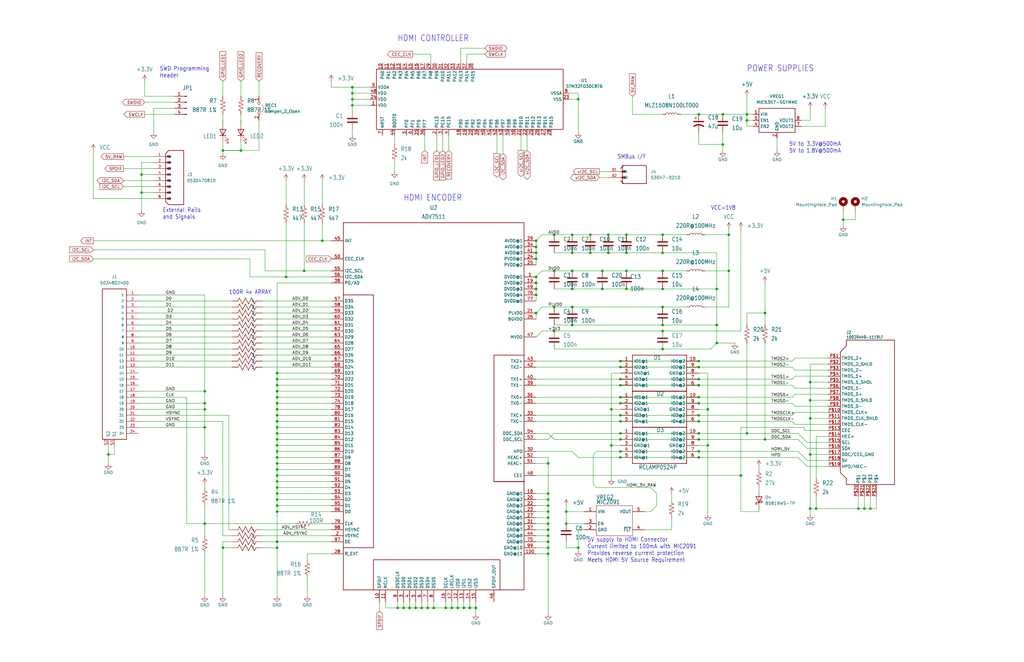
<source format=kicad_sch>
(kicad_sch (version 20230121) (generator eeschema)
  (paper "B")
  (title_block (date "2024-04-17") (rev "C"))
  (junction (at 116.84 167.64))
  (junction (at 314.96 50.8))
  (junction (at 294.64 48.26))
  (junction (at 116.84 205.74))
  (junction (at 294.64 193.04))
  (junction (at 322.58 132.08))
  (junction (at 261.62 177.8))
  (junction (at 257.81 172.72))
  (junction (at 279.4 147.32))
  (junction (at 116.84 170.18))
  (junction (at 59.69 81.28))
  (junction (at 226.06 109.22))
  (junction (at 264.16 106.68))
  (junction (at 294.64 182.88))
  (junction (at 116.84 213.36))
  (junction (at 238.76 220.98))
  (junction (at 135.89 101.6))
  (junction (at 233.68 99.06))
  (junction (at 233.68 129.54))
  (junction (at 314.96 182.88))
  (junction (at 264.16 99.06))
  (junction (at 182.88 256.54))
  (junction (at 294.64 175.26))
  (junction (at 116.84 185.42))
  (junction (at 256.54 99.06))
  (junction (at 261.62 193.04))
  (junction (at 261.62 160.02))
  (junction (at 226.06 104.14))
  (junction (at 116.84 195.58))
  (junction (at 226.06 124.46))
  (junction (at 257.81 187.96))
  (junction (at 231.14 228.6))
  (junction (at 254 114.3))
  (junction (at 231.14 210.82))
  (junction (at 279.4 129.54))
  (junction (at 180.34 256.54))
  (junction (at 241.3 121.92))
  (junction (at 116.84 193.04))
  (junction (at 59.69 73.66))
  (junction (at 261.62 182.88))
  (junction (at 261.62 162.56))
  (junction (at 298.45 187.96))
  (junction (at 294.64 167.64))
  (junction (at 226.06 106.68))
  (junction (at 116.84 203.2))
  (junction (at 128.27 114.3))
  (junction (at 195.58 256.54))
  (junction (at 193.04 256.54))
  (junction (at 86.36 170.18))
  (junction (at 231.14 231.14))
  (junction (at 167.64 256.54))
  (junction (at 116.84 182.88))
  (junction (at 364.49 214.63))
  (junction (at 231.14 208.28))
  (junction (at 226.06 101.6))
  (junction (at 264.16 114.3))
  (junction (at 148.59 36.83))
  (junction (at 294.64 177.8))
  (junction (at 341.63 191.77))
  (junction (at 248.92 106.68))
  (junction (at 175.26 256.54))
  (junction (at 231.14 223.52))
  (junction (at 231.14 213.36))
  (junction (at 307.34 114.3))
  (junction (at 45.72 191.77))
  (junction (at 294.64 160.02))
  (junction (at 116.84 190.5))
  (junction (at 294.64 190.5))
  (junction (at 233.68 139.7))
  (junction (at 304.8 48.26))
  (junction (at 367.03 214.63))
  (junction (at 341.63 161.29))
  (junction (at 238.76 215.9))
  (junction (at 241.3 137.16))
  (junction (at 302.26 121.92))
  (junction (at 231.14 195.58))
  (junction (at 307.34 99.06))
  (junction (at 279.4 114.3))
  (junction (at 116.84 231.14))
  (junction (at 116.84 200.66))
  (junction (at 116.84 180.34))
  (junction (at 261.62 154.94))
  (junction (at 86.36 165.1))
  (junction (at 116.84 162.56))
  (junction (at 341.63 176.53))
  (junction (at 248.92 99.06))
  (junction (at 198.12 256.54))
  (junction (at 261.62 175.26))
  (junction (at 148.59 41.91))
  (junction (at 298.45 172.72))
  (junction (at 294.64 154.94))
  (junction (at 226.06 119.38))
  (junction (at 231.14 215.9))
  (junction (at 294.64 185.42))
  (junction (at 256.54 106.68))
  (junction (at 200.66 256.54))
  (junction (at 241.3 106.68))
  (junction (at 279.4 137.16))
  (junction (at 243.84 41.91))
  (junction (at 116.84 157.48))
  (junction (at 344.17 214.63))
  (junction (at 116.84 228.6))
  (junction (at 148.59 44.45))
  (junction (at 190.5 256.54))
  (junction (at 170.18 256.54))
  (junction (at 302.26 137.16))
  (junction (at 93.98 63.5))
  (junction (at 241.3 99.06))
  (junction (at 312.42 200.66))
  (junction (at 341.63 214.63))
  (junction (at 226.06 132.08))
  (junction (at 279.4 121.92))
  (junction (at 172.72 256.54))
  (junction (at 261.62 170.18))
  (junction (at 231.14 226.06))
  (junction (at 355.6 92.71))
  (junction (at 304.8 60.96))
  (junction (at 86.36 172.72))
  (junction (at 116.84 160.02))
  (junction (at 233.68 114.3))
  (junction (at 261.62 190.5))
  (junction (at 279.4 99.06))
  (junction (at 294.64 170.18))
  (junction (at 177.8 256.54))
  (junction (at 261.62 152.4))
  (junction (at 314.96 48.26))
  (junction (at 361.95 214.63))
  (junction (at 116.84 177.8))
  (junction (at 116.84 172.72))
  (junction (at 341.63 168.91))
  (junction (at 148.59 39.37))
  (junction (at 116.84 208.28))
  (junction (at 101.6 63.5))
  (junction (at 241.3 114.3))
  (junction (at 86.36 220.98))
  (junction (at 231.14 220.98))
  (junction (at 254 121.92))
  (junction (at 294.64 152.4))
  (junction (at 86.36 180.34))
  (junction (at 116.84 198.12))
  (junction (at 226.06 116.84))
  (junction (at 93.98 231.14))
  (junction (at 243.84 231.14))
  (junction (at 187.96 256.54))
  (junction (at 116.84 187.96))
  (junction (at 302.26 144.78))
  (junction (at 116.84 165.1))
  (junction (at 116.84 210.82))
  (junction (at 261.62 185.42))
  (junction (at 279.4 139.7))
  (junction (at 231.14 218.44))
  (junction (at 120.65 116.84))
  (junction (at 264.16 121.92))
  (junction (at 116.84 175.26))
  (junction (at 261.62 167.64))
  (junction (at 226.06 121.92))
  (junction (at 322.58 185.42))
  (junction (at 231.14 233.68))
  (junction (at 279.4 106.68))
  (junction (at 294.64 162.56))
  (junction (at 241.3 129.54))
  (junction (at 116.84 215.9))
  (wire (pts (xy 116.84 187.96) (xy 116.84 190.5)) (stroke (width 0.1524)))
  (wire (pts (xy 302.26 137.16) (xy 302.26 121.92)) (stroke (width 0.1524)))
  (wire (pts (xy 231.14 223.52) (xy 231.14 226.06)) (stroke (width 0.1524)))
  (wire (pts (xy 314.96 53.34) (xy 317.5 53.34)) (stroke (width 0.1524)))
  (wire (pts (xy 226.06 121.92) (xy 226.06 119.38)) (stroke (width 0.1524)))
  (wire (pts (xy 349.25 153.67) (xy 341.63 153.67)) (stroke (width 0.1524)))
  (wire (pts (xy 73.66 45.72) (xy 64.77 45.72)))
  (wire (pts (xy 226.06 200.66) (xy 312.42 200.66)))
  (wire (pts (xy 170.18 254) (xy 170.18 256.54)) (stroke (width 0.1524)))
  (wire (pts (xy 340.36 196.85) (xy 336.55 193.04)) (stroke (width 0.1524)))
  (wire (pts (xy 231.14 231.14) (xy 231.14 233.68)) (stroke (width 0.1524)))
  (wire (pts (xy 198.12 254) (xy 198.12 256.54)) (stroke (width 0.1524)))
  (wire (pts (xy 139.7 203.2) (xy 116.84 203.2)) (stroke (width 0.1524)))
  (wire (pts (xy 226.06 175.26) (xy 261.62 175.26)) (stroke (width 0.1524)))
  (wire (pts (xy 276.86 208.28) (xy 276.86 213.36)) (stroke (width 0.1524)))
  (wire (pts (xy 58.42 142.24) (xy 97.79 142.24)) (stroke (width 0.1524)))
  (wire (pts (xy 334.01 177.8) (xy 335.28 179.07)) (stroke (width 0.1524)))
  (wire (pts (xy 105.41 116.84) (xy 105.41 109.22)) (stroke (width 0.1524)))
  (wire (pts (xy 101.6 52.07) (xy 101.6 50.8)))
  (wire (pts (xy 58.42 170.18) (xy 86.36 170.18)))
  (wire (pts (xy 116.84 170.18) (xy 116.84 172.72)) (stroke (width 0.1524)))
  (wire (pts (xy 139.7 220.98) (xy 132.08 220.98)) (stroke (width 0.1524)))
  (wire (pts (xy 86.36 226.06) (xy 86.36 220.98)) (stroke (width 0.1524)))
  (wire (pts (xy 226.06 109.22) (xy 226.06 106.68)) (stroke (width 0.1524)))
  (wire (pts (xy 162.56 256.54) (xy 167.64 256.54)) (stroke (width 0.1524)))
  (wire (pts (xy 58.42 154.94) (xy 64.77 154.94)))
  (wire (pts (xy 182.88 256.54) (xy 187.96 256.54)) (stroke (width 0.1524)))
  (wire (pts (xy 226.06 111.76) (xy 226.06 109.22)) (stroke (width 0.1524)))
  (wire (pts (xy 261.62 162.56) (xy 294.64 162.56)) (stroke (width 0.1524)))
  (wire (pts (xy 148.59 41.91) (xy 156.21 41.91)))
  (wire (pts (xy 116.84 203.2) (xy 116.84 205.74)) (stroke (width 0.1524)))
  (wire (pts (xy 283.21 208.28) (xy 283.21 210.82)))
  (wire (pts (xy 180.34 256.54) (xy 182.88 256.54)) (stroke (width 0.1524)))
  (wire (pts (xy 298.45 157.48) (xy 294.64 157.48)) (stroke (width 0.1524)))
  (wire (pts (xy 181.61 26.67) (xy 181.61 22.86)))
  (wire (pts (xy 148.59 36.83) (xy 156.21 36.83)) (stroke (width 0.1524)))
  (wire (pts (xy 314.96 53.34) (xy 314.96 50.8)) (stroke (width 0.1524)))
  (wire (pts (xy 116.84 180.34) (xy 116.84 182.88)) (stroke (width 0.1524)))
  (wire (pts (xy 298.45 172.72) (xy 298.45 157.48)) (stroke (width 0.1524)))
  (wire (pts (xy 226.06 213.36) (xy 231.14 213.36)) (stroke (width 0.1524)))
  (wire (pts (xy 139.7 205.74) (xy 116.84 205.74)) (stroke (width 0.1524)))
  (wire (pts (xy 148.59 39.37) (xy 148.59 41.91)) (stroke (width 0.1524)))
  (wire (pts (xy 349.25 189.23) (xy 340.36 189.23)) (stroke (width 0.1524)))
  (wire (pts (xy 231.14 215.9) (xy 231.14 218.44)) (stroke (width 0.1524)))
  (wire (pts (xy 294.64 162.56) (xy 334.01 162.56)) (stroke (width 0.1524)))
  (wire (pts (xy 274.32 215.9) (xy 271.78 215.9)) (stroke (width 0.1524)))
  (wire (pts (xy 139.7 114.3) (xy 128.27 114.3)) (stroke (width 0.1524)))
  (wire (pts (xy 302.26 144.78) (xy 302.26 137.16)) (stroke (width 0.1524)))
  (wire (pts (xy 335.28 163.83) (xy 349.25 163.83)) (stroke (width 0.1524)))
  (wire (pts (xy 304.8 55.88) (xy 304.8 60.96)) (stroke (width 0.1524)))
  (wire (pts (xy 226.06 160.02) (xy 261.62 160.02)) (stroke (width 0.1524)))
  (wire (pts (xy 93.98 52.07) (xy 93.98 50.8)))
  (wire (pts (xy 279.4 99.06) (xy 289.56 99.06)) (stroke (width 0.1524)))
  (wire (pts (xy 298.45 217.17) (xy 298.45 187.96)) (stroke (width 0.1524)))
  (wire (pts (xy 261.62 190.5) (xy 251.46 190.5)) (stroke (width 0.1524)))
  (wire (pts (xy 64.77 83.82) (xy 39.37 83.82)))
  (wire (pts (xy 231.14 218.44) (xy 231.14 220.98)) (stroke (width 0.1524)))
  (wire (pts (xy 139.7 165.1) (xy 116.84 165.1)) (stroke (width 0.1524)))
  (wire (pts (xy 128.27 93.98) (xy 128.27 114.3)) (stroke (width 0.1524)))
  (wire (pts (xy 297.18 114.3) (xy 307.34 114.3)) (stroke (width 0.1524)))
  (wire (pts (xy 241.3 137.16) (xy 279.4 137.16)) (stroke (width 0.1524)))
  (wire (pts (xy 198.12 256.54) (xy 200.66 256.54)) (stroke (width 0.1524)))
  (wire (pts (xy 219.71 57.15) (xy 219.71 63.5)))
  (wire (pts (xy 233.68 182.88) (xy 231.14 185.42)) (stroke (width 0.1524)))
  (wire (pts (xy 110.49 228.6) (xy 116.84 228.6)) (stroke (width 0.1524)))
  (wire (pts (xy 226.06 215.9) (xy 231.14 215.9)) (stroke (width 0.1524)))
  (wire (pts (xy 226.06 121.92) (xy 226.06 124.46)) (stroke (width 0.1524)))
  (wire (pts (xy 279.4 106.68) (xy 302.26 106.68)) (stroke (width 0.1524)))
  (wire (pts (xy 336.55 182.88) (xy 314.96 182.88)) (stroke (width 0.1524)))
  (wire (pts (xy 231.14 210.82) (xy 231.14 213.36)) (stroke (width 0.1524)))
  (wire (pts (xy 257.81 157.48) (xy 261.62 157.48)) (stroke (width 0.1524)))
  (wire (pts (xy 322.58 132.08) (xy 322.58 137.16)) (stroke (width 0.1524)))
  (wire (pts (xy 189.23 57.15) (xy 189.23 63.5)))
  (wire (pts (xy 314.96 182.88) (xy 294.64 182.88)) (stroke (width 0.1524)))
  (wire (pts (xy 45.72 191.77) (xy 48.26 191.77)))
  (wire (pts (xy 335.28 151.13) (xy 349.25 151.13)) (stroke (width 0.1524)))
  (wire (pts (xy 334.01 154.94) (xy 335.28 156.21)) (stroke (width 0.1524)))
  (wire (pts (xy 78.74 220.98) (xy 86.36 220.98)) (stroke (width 0.1524)))
  (wire (pts (xy 93.98 228.6) (xy 93.98 231.14)) (stroke (width 0.1524)))
  (wire (pts (xy 298.45 187.96) (xy 298.45 172.72)) (stroke (width 0.1524)))
  (wire (pts (xy 299.72 147.32) (xy 302.26 144.78)) (stroke (width 0.1524)))
  (wire (pts (xy 162.56 256.54) (xy 162.56 254)) (stroke (width 0.1524)))
  (wire (pts (xy 175.26 254) (xy 175.26 256.54)) (stroke (width 0.1524)))
  (wire (pts (xy 257.81 172.72) (xy 257.81 157.48)) (stroke (width 0.1524)))
  (wire (pts (xy 45.72 187.96) (xy 45.72 191.77)))
  (wire (pts (xy 139.7 160.02) (xy 116.84 160.02)) (stroke (width 0.1524)))
  (wire (pts (xy 261.62 167.64) (xy 294.64 167.64)) (stroke (width 0.1524)))
  (wire (pts (xy 349.25 194.31) (xy 340.36 194.31)) (stroke (width 0.1524)))
  (wire (pts (xy 266.7 40.64) (xy 266.7 48.26)) (stroke (width 0.1524)))
  (wire (pts (xy 116.84 193.04) (xy 116.84 195.58)) (stroke (width 0.1524)))
  (wire (pts (xy 45.72 101.6) (xy 135.89 101.6)) (stroke (width 0.1524)))
  (wire (pts (xy 226.06 193.04) (xy 231.14 193.04)) (stroke (width 0.1524)))
  (wire (pts (xy 110.49 127) (xy 139.7 127)) (stroke (width 0.1524)))
  (wire (pts (xy 226.06 208.28) (xy 231.14 208.28)) (stroke (width 0.1524)))
  (wire (pts (xy 58.42 152.4) (xy 97.79 152.4)) (stroke (width 0.1524)))
  (wire (pts (xy 231.14 213.36) (xy 231.14 215.9)) (stroke (width 0.1524)))
  (wire (pts (xy 279.4 121.92) (xy 302.26 121.92)) (stroke (width 0.1524)))
  (wire (pts (xy 322.58 185.42) (xy 294.64 185.42)) (stroke (width 0.1524)))
  (wire (pts (xy 294.64 172.72) (xy 298.45 172.72)) (stroke (width 0.1524)))
  (wire (pts (xy 349.25 196.85) (xy 340.36 196.85)) (stroke (width 0.1524)))
  (wire (pts (xy 120.65 116.84) (xy 120.65 93.98)) (stroke (width 0.1524)))
  (wire (pts (xy 139.7 233.68) (xy 129.54 233.68)) (stroke (width 0.1524)))
  (wire (pts (xy 279.4 139.7) (xy 312.42 139.7)) (stroke (width 0.1524)))
  (wire (pts (xy 139.7 185.42) (xy 116.84 185.42)) (stroke (width 0.1524)))
  (wire (pts (xy 251.46 190.5) (xy 250.19 191.77)) (stroke (width 0.1524)))
  (wire (pts (xy 184.15 57.15) (xy 184.15 63.5)))
  (wire (pts (xy 341.63 168.91) (xy 341.63 176.53)) (stroke (width 0.1524)))
  (wire (pts (xy 294.64 154.94) (xy 334.01 154.94)) (stroke (width 0.1524)))
  (wire (pts (xy 110.49 142.24) (xy 139.7 142.24)) (stroke (width 0.1524)))
  (wire (pts (xy 60.96 34.29) (xy 60.96 40.64)))
  (wire (pts (xy 238.76 220.98) (xy 238.76 215.9)) (stroke (width 0.1524)))
  (wire (pts (xy 257.81 187.96) (xy 261.62 187.96)) (stroke (width 0.1524)))
  (wire (pts (xy 241.3 129.54) (xy 279.4 129.54)) (stroke (width 0.1524)))
  (wire (pts (xy 139.7 167.64) (xy 116.84 167.64)) (stroke (width 0.1524)))
  (wire (pts (xy 246.38 223.52) (xy 243.84 223.52)) (stroke (width 0.1524)))
  (wire (pts (xy 261.62 160.02) (xy 294.64 160.02)) (stroke (width 0.1524)))
  (wire (pts (xy 116.84 160.02) (xy 116.84 162.56)) (stroke (width 0.1524)))
  (wire (pts (xy 294.64 55.88) (xy 294.64 60.96)) (stroke (width 0.1524)))
  (wire (pts (xy 139.7 200.66) (xy 116.84 200.66)) (stroke (width 0.1524)))
  (wire (pts (xy 314.96 50.8) (xy 314.96 48.26)) (stroke (width 0.1524)))
  (wire (pts (xy 167.64 254) (xy 167.64 256.54)) (stroke (width 0.1524)))
  (wire (pts (xy 110.49 132.08) (xy 139.7 132.08)) (stroke (width 0.1524)))
  (wire (pts (xy 226.06 223.52) (xy 231.14 223.52)) (stroke (width 0.1524)))
  (wire (pts (xy 279.4 129.54) (xy 289.56 129.54)) (stroke (width 0.1524)))
  (wire (pts (xy 339.09 181.61) (xy 349.25 181.61)))
  (wire (pts (xy 60.96 48.26) (xy 73.66 48.26)))
  (wire (pts (xy 349.25 191.77) (xy 341.63 191.77)) (stroke (width 0.1524)))
  (wire (pts (xy 58.42 175.26) (xy 96.52 175.26)) (stroke (width 0.1524)))
  (wire (pts (xy 334.01 160.02) (xy 335.28 158.75)) (stroke (width 0.1524)))
  (wire (pts (xy 361.95 214.63) (xy 344.17 214.63)) (stroke (width 0.1524)))
  (wire (pts (xy 226.06 101.6) (xy 228.6 99.06)) (stroke (width 0.1524)))
  (wire (pts (xy 322.58 144.78) (xy 322.58 185.42)) (stroke (width 0.1524)))
  (wire (pts (xy 139.7 180.34) (xy 116.84 180.34)) (stroke (width 0.1524)))
  (wire (pts (xy 167.64 256.54) (xy 170.18 256.54)) (stroke (width 0.1524)))
  (wire (pts (xy 340.36 186.69) (xy 336.55 182.88)) (stroke (width 0.1524)))
  (wire (pts (xy 294.64 175.26) (xy 334.01 175.26)) (stroke (width 0.1524)))
  (wire (pts (xy 336.55 193.04) (xy 294.64 193.04)) (stroke (width 0.1524)))
  (wire (pts (xy 139.7 195.58) (xy 116.84 195.58)) (stroke (width 0.1524)))
  (wire (pts (xy 139.7 119.38) (xy 116.84 119.38)) (stroke (width 0.1524)))
  (wire (pts (xy 101.6 48.26) (xy 101.6 52.07)) (stroke (width 0.1524)))
  (wire (pts (xy 228.6 114.3) (xy 233.68 114.3)) (stroke (width 0.1524)))
  (wire (pts (xy 93.98 40.64) (xy 93.98 34.29)))
  (wire (pts (xy 148.59 54.61) (xy 148.59 57.15)))
  (wire (pts (xy 307.34 99.06) (xy 307.34 114.3)) (stroke (width 0.1524)))
  (wire (pts (xy 226.06 116.84) (xy 228.6 114.3)) (stroke (width 0.1524)))
  (wire (pts (xy 52.07 76.2) (xy 64.77 76.2)))
  (wire (pts (xy 294.64 152.4) (xy 334.01 152.4)) (stroke (width 0.1524)))
  (wire (pts (xy 250.19 204.47) (xy 251.46 205.74)) (stroke (width 0.1524)))
  (wire (pts (xy 283.21 218.44) (xy 283.21 223.52)))
  (wire (pts (xy 58.42 127) (xy 97.79 127)) (stroke (width 0.1524)))
  (wire (pts (xy 349.25 184.15) (xy 344.17 184.15)) (stroke (width 0.1524)))
  (wire (pts (xy 177.8 256.54) (xy 180.34 256.54)) (stroke (width 0.1524)))
  (wire (pts (xy 196.85 26.67) (xy 196.85 22.86)))
  (wire (pts (xy 101.6 63.5) (xy 109.22 63.5)))
  (wire (pts (xy 170.18 256.54) (xy 172.72 256.54)) (stroke (width 0.1524)))
  (wire (pts (xy 129.54 233.68) (xy 129.54 236.22)) (stroke (width 0.1524)))
  (wire (pts (xy 58.42 180.34) (xy 86.36 180.34)))
  (wire (pts (xy 314.96 48.26) (xy 314.96 40.64)) (stroke (width 0.1524)))
  (wire (pts (xy 335.28 156.21) (xy 349.25 156.21)) (stroke (width 0.1524)))
  (wire (pts (xy 148.59 39.37) (xy 156.21 39.37)) (stroke (width 0.1524)))
  (wire (pts (xy 116.84 208.28) (xy 116.84 210.82)) (stroke (width 0.1524)))
  (wire (pts (xy 96.52 175.26) (xy 96.52 223.52)) (stroke (width 0.1524)))
  (wire (pts (xy 238.76 215.9) (xy 238.76 213.36)) (stroke (width 0.1524)))
  (wire (pts (xy 287.02 48.26) (xy 294.64 48.26)) (stroke (width 0.1524)))
  (wire (pts (xy 297.18 99.06) (xy 307.34 99.06)) (stroke (width 0.1524)))
  (wire (pts (xy 116.84 185.42) (xy 116.84 187.96)) (stroke (width 0.1524)))
  (wire (pts (xy 135.89 76.2) (xy 135.89 86.36)) (stroke (width 0.1524)))
  (wire (pts (xy 64.77 134.62) (xy 97.79 134.62)) (stroke (width 0.1524)))
  (wire (pts (xy 59.69 68.58) (xy 59.69 73.66)))
  (wire (pts (xy 341.63 50.8) (xy 341.63 45.72)) (stroke (width 0.1524)))
  (wire (pts (xy 336.55 190.5) (xy 294.64 190.5)) (stroke (width 0.1524)))
  (wire (pts (xy 116.84 210.82) (xy 116.84 213.36)) (stroke (width 0.1524)))
  (wire (pts (xy 261.62 175.26) (xy 294.64 175.26)) (stroke (width 0.1524)))
  (wire (pts (xy 238.76 231.14) (xy 238.76 228.6)) (stroke (width 0.1524)))
  (wire (pts (xy 341.63 161.29) (xy 341.63 168.91)) (stroke (width 0.1524)))
  (wire (pts (xy 93.98 63.5) (xy 101.6 63.5)) (stroke (width 0.1524)))
  (wire (pts (xy 109.22 40.64) (xy 109.22 34.29)))
  (wire (pts (xy 48.26 187.96) (xy 48.26 191.77)))
  (wire (pts (xy 139.7 190.5) (xy 116.84 190.5)) (stroke (width 0.1524)))
  (wire (pts (xy 335.28 166.37) (xy 349.25 166.37)) (stroke (width 0.1524)))
  (wire (pts (xy 314.96 50.8) (xy 317.5 50.8)))
  (wire (pts (xy 110.49 154.94) (xy 139.7 154.94)) (stroke (width 0.1524)))
  (wire (pts (xy 58.42 129.54) (xy 64.77 129.54)))
  (wire (pts (xy 86.36 165.1) (xy 86.36 170.18)) (stroke (width 0.1524)))
  (wire (pts (xy 231.14 193.04) (xy 231.14 195.58)) (stroke (width 0.1524)))
  (wire (pts (xy 367.03 214.63) (xy 364.49 214.63)) (stroke (width 0.1524)))
  (wire (pts (xy 364.49 214.63) (xy 361.95 214.63)) (stroke (width 0.1524)))
  (wire (pts (xy 186.69 57.15) (xy 186.69 63.5)))
  (wire (pts (xy 252.73 72.39) (xy 256.54 72.39)))
  (wire (pts (xy 58.42 167.64) (xy 78.74 167.64)))
  (wire (pts (xy 257.81 187.96) (xy 257.81 172.72)) (stroke (width 0.1524)))
  (wire (pts (xy 337.82 53.34) (xy 347.98 53.34)) (stroke (width 0.1524)))
  (wire (pts (xy 349.25 161.29) (xy 341.63 161.29)) (stroke (width 0.1524)))
  (wire (pts (xy 58.42 137.16) (xy 97.79 137.16)) (stroke (width 0.1524)))
  (wire (pts (xy 335.28 173.99) (xy 349.25 173.99)) (stroke (width 0.1524)))
  (wire (pts (xy 116.84 231.14) (xy 116.84 251.46)) (stroke (width 0.1524)))
  (wire (pts (xy 243.84 41.91) (xy 243.84 39.37)))
  (wire (pts (xy 59.69 73.66) (xy 64.77 73.66)))
  (wire (pts (xy 226.06 233.68) (xy 231.14 233.68)) (stroke (width 0.1524)))
  (wire (pts (xy 231.14 226.06) (xy 231.14 228.6)) (stroke (width 0.1524)))
  (wire (pts (xy 226.06 162.56) (xy 261.62 162.56)) (stroke (width 0.1524)))
  (wire (pts (xy 110.49 226.06) (xy 139.7 226.06)) (stroke (width 0.1524)))
  (wire (pts (xy 58.42 124.46) (xy 64.77 124.46)))
  (wire (pts (xy 241.3 99.06) (xy 248.92 99.06)) (stroke (width 0.1524)))
  (wire (pts (xy 279.4 48.26) (xy 266.7 48.26)) (stroke (width 0.1524)))
  (wire (pts (xy 58.42 165.1) (xy 86.36 165.1)))
  (wire (pts (xy 243.84 231.14) (xy 243.84 232.41)) (stroke (width 0.1524)))
  (wire (pts (xy 148.59 44.45) (xy 156.21 44.45)) (stroke (width 0.1524)))
  (wire (pts (xy 86.36 205.74) (xy 86.36 204.47)) (stroke (width 0.1524)))
  (wire (pts (xy 226.06 167.64) (xy 261.62 167.64)) (stroke (width 0.1524)))
  (wire (pts (xy 349.25 186.69) (xy 340.36 186.69)) (stroke (width 0.1524)))
  (wire (pts (xy 111.76 114.3) (xy 128.27 114.3)))
  (wire (pts (xy 335.28 158.75) (xy 349.25 158.75)) (stroke (width 0.1524)))
  (wire (pts (xy 64.77 45.72) (xy 64.77 55.88)))
  (wire (pts (xy 264.16 106.68) (xy 279.4 106.68)) (stroke (width 0.1524)))
  (wire (pts (xy 228.6 139.7) (xy 226.06 142.24)) (stroke (width 0.1524)))
  (wire (pts (xy 116.84 198.12) (xy 116.84 200.66)) (stroke (width 0.1524)))
  (wire (pts (xy 341.63 153.67) (xy 341.63 161.29)) (stroke (width 0.1524)))
  (wire (pts (xy 139.7 182.88) (xy 116.84 182.88)) (stroke (width 0.1524)))
  (wire (pts (xy 294.64 60.96) (xy 304.8 60.96)) (stroke (width 0.1524)))
  (wire (pts (xy 355.6 92.71) (xy 360.68 92.71)))
  (wire (pts (xy 194.31 26.67) (xy 194.31 20.32)))
  (wire (pts (xy 233.68 185.42) (xy 261.62 185.42)) (stroke (width 0.1524)))
  (wire (pts (xy 111.76 105.41) (xy 111.76 114.3)))
  (wire (pts (xy 187.96 256.54) (xy 190.5 256.54)) (stroke (width 0.1524)))
  (wire (pts (xy 341.63 191.77) (xy 341.63 214.63)) (stroke (width 0.1524)))
  (wire (pts (xy 116.84 205.74) (xy 116.84 208.28)) (stroke (width 0.1524)))
  (wire (pts (xy 367.03 209.55) (xy 367.03 214.63)) (stroke (width 0.1524)))
  (wire (pts (xy 172.72 256.54) (xy 172.72 254)) (stroke (width 0.1524)))
  (wire (pts (xy 58.42 177.8) (xy 93.98 177.8)) (stroke (width 0.1524)))
  (wire (pts (xy 209.55 57.15) (xy 209.55 64.77)))
  (wire (pts (xy 347.98 53.34) (xy 347.98 45.72)) (stroke (width 0.1524)))
  (wire (pts (xy 243.84 41.91) (xy 243.84 55.88)))
  (wire (pts (xy 86.36 213.36) (xy 86.36 220.98)) (stroke (width 0.1524)))
  (wire (pts (xy 128.27 76.2) (xy 128.27 86.36)) (stroke (width 0.1524)))
  (wire (pts (xy 195.58 254) (xy 195.58 256.54)) (stroke (width 0.1524)))
  (wire (pts (xy 334.01 162.56) (xy 335.28 163.83)) (stroke (width 0.1524)))
  (wire (pts (xy 116.84 119.38) (xy 116.84 157.48)) (stroke (width 0.1524)))
  (wire (pts (xy 120.65 76.2) (xy 120.65 86.36)) (stroke (width 0.1524)))
  (wire (pts (xy 64.77 129.54) (xy 97.79 129.54)) (stroke (width 0.1524)))
  (wire (pts (xy 45.72 191.77) (xy 45.72 195.58)))
  (wire (pts (xy 39.37 101.6) (xy 45.72 101.6)))
  (wire (pts (xy 226.06 210.82) (xy 231.14 210.82)) (stroke (width 0.1524)))
  (wire (pts (xy 250.19 191.77) (xy 250.19 204.47)) (stroke (width 0.1524)))
  (wire (pts (xy 175.26 256.54) (xy 177.8 256.54)) (stroke (width 0.1524)))
  (wire (pts (xy 139.7 215.9) (xy 116.84 215.9)) (stroke (width 0.1524)))
  (wire (pts (xy 148.59 41.91) (xy 148.59 44.45)) (stroke (width 0.1524)))
  (wire (pts (xy 322.58 119.38) (xy 322.58 132.08)) (stroke (width 0.1524)))
  (wire (pts (xy 322.58 132.08) (xy 314.96 132.08)) (stroke (width 0.1524)))
  (wire (pts (xy 252.73 74.93) (xy 256.54 74.93)))
  (wire (pts (xy 116.84 200.66) (xy 116.84 203.2)) (stroke (width 0.1524)))
  (wire (pts (xy 182.88 254) (xy 182.88 256.54)) (stroke (width 0.1524)))
  (wire (pts (xy 314.96 144.78) (xy 314.96 182.88)) (stroke (width 0.1524)))
  (wire (pts (xy 241.3 121.92) (xy 254 121.92)) (stroke (width 0.1524)))
  (wire (pts (xy 59.69 81.28) (xy 59.69 88.9)))
  (wire (pts (xy 93.98 63.5) (xy 93.98 64.77)))
  (wire (pts (xy 180.34 254) (xy 180.34 256.54)) (stroke (width 0.1524)))
  (wire (pts (xy 241.3 106.68) (xy 248.92 106.68)) (stroke (width 0.1524)))
  (wire (pts (xy 58.42 139.7) (xy 64.77 139.7)))
  (wire (pts (xy 257.81 201.93) (xy 257.81 187.96)) (stroke (width 0.1524)))
  (wire (pts (xy 279.4 114.3) (xy 289.56 114.3)) (stroke (width 0.1524)))
  (wire (pts (xy 139.7 157.48) (xy 116.84 157.48)) (stroke (width 0.1524)))
  (wire (pts (xy 233.68 137.16) (xy 241.3 137.16)) (stroke (width 0.1524)))
  (wire (pts (xy 261.62 177.8) (xy 294.64 177.8)) (stroke (width 0.1524)))
  (wire (pts (xy 226.06 177.8) (xy 261.62 177.8)) (stroke (width 0.1524)))
  (wire (pts (xy 334.01 152.4) (xy 335.28 151.13)) (stroke (width 0.1524)))
  (wire (pts (xy 64.77 149.86) (xy 97.79 149.86)) (stroke (width 0.1524)))
  (wire (pts (xy 341.63 217.17) (xy 341.63 214.63)) (stroke (width 0.1524)))
  (wire (pts (xy 226.06 218.44) (xy 231.14 218.44)) (stroke (width 0.1524)))
  (wire (pts (xy 116.84 177.8) (xy 116.84 180.34)) (stroke (width 0.1524)))
  (wire (pts (xy 193.04 254) (xy 193.04 256.54)) (stroke (width 0.1524)))
  (wire (pts (xy 116.84 165.1) (xy 116.84 167.64)) (stroke (width 0.1524)))
  (wire (pts (xy 335.28 179.07) (xy 349.25 179.07)) (stroke (width 0.1524)))
  (wire (pts (xy 139.7 36.83) (xy 139.7 34.29)) (stroke (width 0.1524)))
  (wire (pts (xy 177.8 254) (xy 177.8 256.54)) (stroke (width 0.1524)))
  (wire (pts (xy 139.7 193.04) (xy 116.84 193.04)) (stroke (width 0.1524)))
  (wire (pts (xy 279.4 147.32) (xy 299.72 147.32)) (stroke (width 0.1524)))
  (wire (pts (xy 337.82 50.8) (xy 341.63 50.8)) (stroke (width 0.1524)))
  (wire (pts (xy 194.31 20.32) (xy 204.47 20.32)))
  (wire (pts (xy 233.68 99.06) (xy 241.3 99.06)) (stroke (width 0.1524)))
  (wire (pts (xy 294.64 160.02) (xy 334.01 160.02)) (stroke (width 0.1524)))
  (wire (pts (xy 334.01 167.64) (xy 335.28 166.37)) (stroke (width 0.1524)))
  (wire (pts (xy 264.16 121.92) (xy 279.4 121.92)) (stroke (width 0.1524)))
  (wire (pts (xy 233.68 114.3) (xy 241.3 114.3)) (stroke (width 0.1524)))
  (wire (pts (xy 39.37 109.22) (xy 95.25 109.22)))
  (wire (pts (xy 341.63 176.53) (xy 341.63 191.77)) (stroke (width 0.1524)))
  (wire (pts (xy 110.49 149.86) (xy 139.7 149.86)) (stroke (width 0.1524)))
  (wire (pts (xy 336.55 185.42) (xy 322.58 185.42)) (stroke (width 0.1524)))
  (wire (pts (xy 279.4 137.16) (xy 302.26 137.16)) (stroke (width 0.1524)))
  (wire (pts (xy 276.86 213.36) (xy 274.32 215.9)) (stroke (width 0.1524)))
  (wire (pts (xy 233.68 106.68) (xy 241.3 106.68)) (stroke (width 0.1524)))
  (wire (pts (xy 110.49 129.54) (xy 139.7 129.54)) (stroke (width 0.1524)))
  (wire (pts (xy 340.36 194.31) (xy 336.55 190.5)) (stroke (width 0.1524)))
  (wire (pts (xy 233.68 185.42) (xy 231.14 182.88)) (stroke (width 0.1524)))
  (wire (pts (xy 226.06 154.94) (xy 261.62 154.94)) (stroke (width 0.1524)))
  (wire (pts (xy 312.42 200.66) (xy 312.42 180.34)))
  (wire (pts (xy 228.6 99.06) (xy 233.68 99.06)) (stroke (width 0.1524)))
  (wire (pts (xy 64.77 154.94) (xy 97.79 154.94)) (stroke (width 0.1524)))
  (wire (pts (xy 52.07 71.12) (xy 64.77 71.12)))
  (wire (pts (xy 256.54 99.06) (xy 264.16 99.06)) (stroke (width 0.1524)))
  (wire (pts (xy 58.42 149.86) (xy 64.77 149.86)))
  (wire (pts (xy 231.14 182.88) (xy 226.06 182.88)) (stroke (width 0.1524)))
  (wire (pts (xy 294.64 48.26) (xy 304.8 48.26)) (stroke (width 0.1524)))
  (wire (pts (xy 52.07 78.74) (xy 64.77 78.74)))
  (wire (pts (xy 64.77 144.78) (xy 97.79 144.78)) (stroke (width 0.1524)))
  (wire (pts (xy 231.14 220.98) (xy 231.14 223.52)) (stroke (width 0.1524)))
  (wire (pts (xy 261.62 154.94) (xy 294.64 154.94)) (stroke (width 0.1524)))
  (wire (pts (xy 97.79 223.52) (xy 96.52 223.52)) (stroke (width 0.1524)))
  (wire (pts (xy 294.64 187.96) (xy 298.45 187.96)) (stroke (width 0.1524)))
  (wire (pts (xy 200.66 254) (xy 200.66 256.54)) (stroke (width 0.1524)))
  (wire (pts (xy 86.36 180.34) (xy 86.36 191.77)) (stroke (width 0.1524)))
  (wire (pts (xy 135.89 93.98) (xy 135.89 101.6)) (stroke (width 0.1524)))
  (wire (pts (xy 139.7 101.6) (xy 135.89 101.6)) (stroke (width 0.1524)))
  (wire (pts (xy 39.37 105.41) (xy 111.76 105.41)))
  (wire (pts (xy 110.49 139.7) (xy 139.7 139.7)) (stroke (width 0.1524)))
  (wire (pts (xy 58.42 144.78) (xy 64.77 144.78)))
  (wire (pts (xy 110.49 231.14) (xy 116.84 231.14)) (stroke (width 0.1524)))
  (wire (pts (xy 240.03 41.91) (xy 243.84 41.91)))
  (wire (pts (xy 116.84 172.72) (xy 116.84 175.26)) (stroke (width 0.1524)))
  (wire (pts (xy 361.95 209.55) (xy 361.95 214.63)) (stroke (width 0.1524)))
  (wire (pts (xy 243.84 193.04) (xy 241.3 190.5)) (stroke (width 0.1524)))
  (wire (pts (xy 179.07 63.5) (xy 179.07 57.15)) (stroke (width 0.1524)))
  (wire (pts (xy 243.84 193.04) (xy 261.62 193.04)) (stroke (width 0.1524)))
  (wire (pts (xy 312.42 180.34) (xy 339.09 180.34)))
  (wire (pts (xy 246.38 220.98) (xy 238.76 220.98)) (stroke (width 0.1524)))
  (wire (pts (xy 139.7 175.26) (xy 116.84 175.26)) (stroke (width 0.1524)))
  (wire (pts (xy 110.49 147.32) (xy 139.7 147.32)) (stroke (width 0.1524)))
  (wire (pts (xy 97.79 228.6) (xy 93.98 228.6)) (stroke (width 0.1524)))
  (wire (pts (xy 320.04 215.9) (xy 320.04 214.63)))
  (wire (pts (xy 231.14 195.58) (xy 231.14 208.28)) (stroke (width 0.1524)))
  (wire (pts (xy 335.28 171.45) (xy 349.25 171.45)) (stroke (width 0.1524)))
  (wire (pts (xy 226.06 226.06) (xy 231.14 226.06)) (stroke (width 0.1524)))
  (wire (pts (xy 93.98 48.26) (xy 93.98 52.07)) (stroke (width 0.1524)))
  (wire (pts (xy 93.98 59.69) (xy 93.98 63.5)) (stroke (width 0.1524)))
  (wire (pts (xy 294.64 177.8) (xy 334.01 177.8)) (stroke (width 0.1524)))
  (wire (pts (xy 166.37 57.15) (xy 166.37 60.96)))
  (wire (pts (xy 279.4 147.32) (xy 233.68 147.32)) (stroke (width 0.1524)))
  (wire (pts (xy 52.07 66.04) (xy 64.77 66.04)))
  (wire (pts (xy 364.49 209.55) (xy 364.49 214.63)) (stroke (width 0.1524)))
  (wire (pts (xy 241.3 114.3) (xy 254 114.3)) (stroke (width 0.1524)))
  (wire (pts (xy 116.84 157.48) (xy 116.84 160.02)) (stroke (width 0.1524)))
  (wire (pts (xy 95.25 109.22) (xy 105.41 109.22)) (stroke (width 0.1524)))
  (wire (pts (xy 116.84 162.56) (xy 116.84 165.1)) (stroke (width 0.1524)))
  (wire (pts (xy 304.8 60.96) (xy 304.8 63.5)) (stroke (width 0.1524)))
  (wire (pts (xy 226.06 132.08) (xy 228.6 129.54)) (stroke (width 0.1524)))
  (wire (pts (xy 233.68 129.54) (xy 241.3 129.54)) (stroke (width 0.1524)))
  (wire (pts (xy 59.69 81.28) (xy 64.77 81.28)))
  (wire (pts (xy 148.59 44.45) (xy 148.59 46.99)))
  (wire (pts (xy 116.84 182.88) (xy 116.84 185.42)) (stroke (width 0.1524)))
  (wire (pts (xy 261.62 190.5) (xy 294.64 190.5)) (stroke (width 0.1524)))
  (wire (pts (xy 246.38 215.9) (xy 238.76 215.9)) (stroke (width 0.1524)))
  (wire (pts (xy 360.68 88.9) (xy 360.68 92.71)))
  (wire (pts (xy 302.26 121.92) (xy 302.26 106.68)) (stroke (width 0.1524)))
  (wire (pts (xy 355.6 88.9) (xy 355.6 92.71)))
  (wire (pts (xy 261.62 182.88) (xy 294.64 182.88)) (stroke (width 0.1524)))
  (wire (pts (xy 369.57 209.55) (xy 369.57 214.63)) (stroke (width 0.1524)))
  (wire (pts (xy 320.04 205.74) (xy 320.04 207.01)))
  (wire (pts (xy 86.36 172.72) (xy 86.36 180.34)) (stroke (width 0.1524)))
  (wire (pts (xy 116.84 190.5) (xy 116.84 193.04)) (stroke (width 0.1524)))
  (wire (pts (xy 334.01 175.26) (xy 335.28 173.99)) (stroke (width 0.1524)))
  (wire (pts (xy 139.7 177.8) (xy 116.84 177.8)) (stroke (width 0.1524)))
  (wire (pts (xy 226.06 231.14) (xy 231.14 231.14)) (stroke (width 0.1524)))
  (wire (pts (xy 58.42 132.08) (xy 97.79 132.08)) (stroke (width 0.1524)))
  (wire (pts (xy 116.84 228.6) (xy 116.84 231.14)) (stroke (width 0.1524)))
  (wire (pts (xy 339.09 180.34) (xy 339.09 181.61)))
  (wire (pts (xy 58.42 147.32) (xy 97.79 147.32)) (stroke (width 0.1524)))
  (wire (pts (xy 251.46 205.74) (xy 274.32 205.74)) (stroke (width 0.1524)))
  (wire (pts (xy 314.96 132.08) (xy 314.96 137.16)) (stroke (width 0.1524)))
  (wire (pts (xy 264.16 99.06) (xy 279.4 99.06)) (stroke (width 0.1524)))
  (wire (pts (xy 226.06 106.68) (xy 226.06 104.14)) (stroke (width 0.1524)))
  (wire (pts (xy 320.04 196.85) (xy 320.04 198.12)))
  (wire (pts (xy 139.7 213.36) (xy 116.84 213.36)) (stroke (width 0.1524)))
  (wire (pts (xy 196.85 22.86) (xy 204.47 22.86)))
  (wire (pts (xy 116.84 167.64) (xy 116.84 170.18)) (stroke (width 0.1524)))
  (wire (pts (xy 327.66 58.42) (xy 327.66 63.5)) (stroke (width 0.1524)))
  (wire (pts (xy 139.7 223.52) (xy 110.49 223.52)) (stroke (width 0.1524)))
  (wire (pts (xy 294.64 170.18) (xy 334.01 170.18)) (stroke (width 0.1524)))
  (wire (pts (xy 139.7 36.83) (xy 148.59 36.83)) (stroke (width 0.1524)))
  (wire (pts (xy 139.7 210.82) (xy 116.84 210.82)) (stroke (width 0.1524)))
  (wire (pts (xy 58.42 172.72) (xy 86.36 172.72)))
  (wire (pts (xy 349.25 168.91) (xy 341.63 168.91)) (stroke (width 0.1524)))
  (wire (pts (xy 200.66 256.54) (xy 200.66 259.08)) (stroke (width 0.1524)))
  (wire (pts (xy 139.7 228.6) (xy 116.84 228.6)) (stroke (width 0.1524)))
  (wire (pts (xy 248.92 106.68) (xy 256.54 106.68)) (stroke (width 0.1524)))
  (wire (pts (xy 110.49 152.4) (xy 139.7 152.4)) (stroke (width 0.1524)))
  (wire (pts (xy 261.62 185.42) (xy 294.64 185.42)) (stroke (width 0.1524)))
  (wire (pts (xy 226.06 220.98) (xy 231.14 220.98)) (stroke (width 0.1524)))
  (wire (pts (xy 110.49 137.16) (xy 139.7 137.16)) (stroke (width 0.1524)))
  (wire (pts (xy 241.3 190.5) (xy 226.06 190.5)) (stroke (width 0.1524)))
  (wire (pts (xy 160.02 257.81) (xy 160.02 254)) (stroke (width 0.1524)))
  (wire (pts (xy 228.6 129.54) (xy 233.68 129.54)) (stroke (width 0.1524)))
  (wire (pts (xy 86.36 233.68) (xy 86.36 251.46)) (stroke (width 0.1524)))
  (wire (pts (xy 166.37 68.58) (xy 166.37 72.39)))
  (wire (pts (xy 212.09 57.15) (xy 212.09 64.77)) (stroke (width 0.1524)))
  (wire (pts (xy 64.77 68.58) (xy 59.69 68.58)))
  (wire (pts (xy 261.62 172.72) (xy 257.81 172.72)) (stroke (width 0.1524)))
  (wire (pts (xy 274.32 205.74) (xy 276.86 208.28)) (stroke (width 0.1524)))
  (wire (pts (xy 58.42 134.62) (xy 64.77 134.62)))
  (wire (pts (xy 139.7 170.18) (xy 116.84 170.18)) (stroke (width 0.1524)))
  (wire (pts (xy 355.6 92.71) (xy 355.6 95.25)))
  (wire (pts (xy 226.06 152.4) (xy 261.62 152.4)) (stroke (width 0.1524)))
  (wire (pts (xy 226.06 104.14) (xy 226.06 101.6)) (stroke (width 0.1524)))
  (wire (pts (xy 344.17 184.15) (xy 344.17 201.93)) (stroke (width 0.1524)))
  (wire (pts (xy 271.78 223.52) (xy 283.21 223.52)))
  (wire (pts (xy 243.84 231.14) (xy 238.76 231.14)) (stroke (width 0.1524)))
  (wire (pts (xy 129.54 251.46) (xy 129.54 243.84)) (stroke (width 0.1524)))
  (wire (pts (xy 187.96 254) (xy 187.96 256.54)) (stroke (width 0.1524)))
  (wire (pts (xy 226.06 119.38) (xy 226.06 116.84)) (stroke (width 0.1524)))
  (wire (pts (xy 312.42 139.7) (xy 312.42 96.52)) (stroke (width 0.1524)))
  (wire (pts (xy 139.7 116.84) (xy 120.65 116.84)) (stroke (width 0.1524)))
  (wire (pts (xy 86.36 124.46) (xy 86.36 165.1)) (stroke (width 0.1524)))
  (wire (pts (xy 173.99 22.86) (xy 181.61 22.86)))
  (wire (pts (xy 73.66 40.64) (xy 60.96 40.64)))
  (wire (pts (xy 226.06 124.46) (xy 226.06 127)) (stroke (width 0.1524)))
  (wire (pts (xy 243.84 223.52) (xy 243.84 231.14)) (stroke (width 0.1524)))
  (wire (pts (xy 307.34 114.3) (xy 307.34 129.54)) (stroke (width 0.1524)))
  (wire (pts (xy 233.68 182.88) (xy 261.62 182.88)) (stroke (width 0.1524)))
  (wire (pts (xy 116.84 215.9) (xy 116.84 228.6)) (stroke (width 0.1524)))
  (wire (pts (xy 226.06 228.6) (xy 231.14 228.6)) (stroke (width 0.1524)))
  (wire (pts (xy 139.7 198.12) (xy 116.84 198.12)) (stroke (width 0.1524)))
  (wire (pts (xy 231.14 228.6) (xy 231.14 231.14)) (stroke (width 0.1524)))
  (wire (pts (xy 233.68 121.92) (xy 241.3 121.92)) (stroke (width 0.1524)))
  (wire (pts (xy 226.06 195.58) (xy 231.14 195.58)) (stroke (width 0.1524)))
  (wire (pts (xy 101.6 59.69) (xy 101.6 63.5)) (stroke (width 0.1524)))
  (wire (pts (xy 148.59 36.83) (xy 148.59 39.37)) (stroke (width 0.1524)))
  (wire (pts (xy 248.92 99.06) (xy 256.54 99.06)) (stroke (width 0.1524)))
  (wire (pts (xy 193.04 256.54) (xy 195.58 256.54)) (stroke (width 0.1524)))
  (wire (pts (xy 93.98 226.06) (xy 93.98 177.8)) (stroke (width 0.1524)))
  (wire (pts (xy 110.49 134.62) (xy 139.7 134.62)) (stroke (width 0.1524)))
  (wire (pts (xy 116.84 175.26) (xy 116.84 177.8)) (stroke (width 0.1524)))
  (wire (pts (xy 139.7 187.96) (xy 116.84 187.96)) (stroke (width 0.1524)))
  (wire (pts (xy 314.96 48.26) (xy 317.5 48.26)) (stroke (width 0.1524)))
  (wire (pts (xy 240.03 39.37) (xy 243.84 39.37)))
  (wire (pts (xy 59.69 73.66) (xy 59.69 81.28)))
  (wire (pts (xy 231.14 208.28) (xy 231.14 210.82)) (stroke (width 0.1524)))
  (wire (pts (xy 233.68 139.7) (xy 228.6 139.7)) (stroke (width 0.1524)))
  (wire (pts (xy 254 114.3) (xy 264.16 114.3)) (stroke (width 0.1524)))
  (wire (pts (xy 231.14 233.68) (xy 231.14 259.08)) (stroke (width 0.1524)))
  (wire (pts (xy 97.79 231.14) (xy 93.98 231.14)) (stroke (width 0.1524)))
  (wire (pts (xy 190.5 256.54) (xy 193.04 256.54)) (stroke (width 0.1524)))
  (wire (pts (xy 110.49 144.78) (xy 139.7 144.78)) (stroke (width 0.1524)))
  (wire (pts (xy 120.65 116.84) (xy 105.41 116.84)) (stroke (width 0.1524)))
  (wire (pts (xy 64.77 124.46) (xy 86.36 124.46)) (stroke (width 0.1524)))
  (wire (pts (xy 261.62 152.4) (xy 294.64 152.4)) (stroke (width 0.1524)))
  (wire (pts (xy 261.62 170.18) (xy 294.64 170.18)) (stroke (width 0.1524)))
  (wire (pts (xy 340.36 189.23) (xy 336.55 185.42)) (stroke (width 0.1524)))
  (wire (pts (xy 309.88 144.78) (xy 302.26 144.78)) (stroke (width 0.1524)))
  (wire (pts (xy 254 121.92) (xy 264.16 121.92)) (stroke (width 0.1524)))
  (wire (pts (xy 231.14 185.42) (xy 226.06 185.42)) (stroke (width 0.1524)))
  (wire (pts (xy 109.22 50.8) (xy 109.22 63.5)))
  (wire (pts (xy 116.84 213.36) (xy 116.84 215.9)) (stroke (width 0.1524)))
  (wire (pts (xy 314.96 48.26) (xy 304.8 48.26)) (stroke (width 0.1524)))
  (wire (pts (xy 261.62 193.04) (xy 294.64 193.04)) (stroke (width 0.1524)))
  (wire (pts (xy 139.7 208.28) (xy 116.84 208.28)) (stroke (width 0.1524)))
  (wire (pts (xy 349.25 176.53) (xy 341.63 176.53)) (stroke (width 0.1524)))
  (wire (pts (xy 233.68 139.7) (xy 279.4 139.7)) (stroke (width 0.1524)))
  (wire (pts (xy 369.57 214.63) (xy 367.03 214.63)) (stroke (width 0.1524)))
  (wire (pts (xy 60.96 43.18) (xy 73.66 43.18)))
  (wire (pts (xy 294.64 167.64) (xy 334.01 167.64)) (stroke (width 0.1524)))
  (wire (pts (xy 93.98 226.06) (xy 97.79 226.06)) (stroke (width 0.1524)))
  (wire (pts (xy 64.77 139.7) (xy 97.79 139.7)) (stroke (width 0.1524)))
  (wire (pts (xy 307.34 96.52) (xy 307.34 99.06)) (stroke (width 0.1524)))
  (wire (pts (xy 195.58 256.54) (xy 198.12 256.54)) (stroke (width 0.1524)))
  (wire (pts (xy 93.98 231.14) (xy 93.98 251.46)) (stroke (width 0.1524)))
  (wire (pts (xy 297.18 129.54) (xy 307.34 129.54)) (stroke (width 0.1524)))
  (wire (pts (xy 116.84 195.58) (xy 116.84 198.12)) (stroke (width 0.1524)))
  (wire (pts (xy 86.36 170.18) (xy 86.36 172.72)) (stroke (width 0.1524)))
  (wire (pts (xy 139.7 162.56) (xy 116.84 162.56)) (stroke (width 0.1524)))
  (wire (pts (xy 39.37 63.5) (xy 39.37 83.82)))
  (wire (pts (xy 256.54 106.68) (xy 264.16 106.68)) (stroke (width 0.1524)))
  (wire (pts (xy 226.06 134.62) (xy 226.06 132.08)) (stroke (width 0.1524)))
  (wire (pts (xy 264.16 114.3) (xy 279.4 114.3)) (stroke (width 0.1524)))
  (wire (pts (xy 139.7 172.72) (xy 116.84 172.72)) (stroke (width 0.1524)))
  (wire (pts (xy 334.01 170.18) (xy 335.28 171.45)) (stroke (width 0.1524)))
  (wire (pts (xy 226.06 170.18) (xy 261.62 170.18)) (stroke (width 0.1524)))
  (wire (pts (xy 172.72 256.54) (xy 175.26 256.54)) (stroke (width 0.1524)))
  (wire (pts (xy 93.98 63.5) (xy 101.6 63.5)))
  (wire (pts (xy 312.42 215.9) (xy 320.04 215.9)))
  (wire (pts (xy 86.36 220.98) (xy 124.46 220.98)) (stroke (width 0.1524)))
  (wire (pts (xy 190.5 254) (xy 190.5 256.54)) (stroke (width 0.1524)))
  (wire (pts (xy 222.25 57.15) (xy 222.25 63.5)))
  (wire (pts (xy 101.6 34.29) (xy 101.6 40.64)))
  (wire (pts (xy 312.42 200.66) (xy 312.42 215.9)))
  (wire (pts (xy 344.17 209.55) (xy 344.17 214.63)) (stroke (width 0.1524)))
  (wire (pts (xy 78.74 167.64) (xy 78.74 220.98)))
  (wire (pts (xy 344.17 214.63) (xy 341.63 214.63)) (stroke (width 0.1524)))
  (text "5V supply to HDMI Connector\nCurrent limited to 100mA with MIC2091\nProvides reverse current protection\nMeets HDMI 5V Source Requirement" (at 247.65 237.49 0) (effects (font (size 1.778 1.5113)) (justify left bottom)))
  (text "VCC=1V8" (at 299.72 88.9 0) (effects (font (size 1.778 1.5113)) (justify left bottom)))
  (text "SMBus I/F" (at 260.35 67.31 0) (effects (font (size 1.778 1.5113)) (justify left bottom)))
  (text "HDMI CONTROLLER" (at 167.64 17.78 0) (effects (font (size 2.54 2.159)) (justify left bottom)))
  (text "POWER SUPPLIES" (at 314.96 30.48 0) (effects (font (size 2.54 2.159)) (justify left bottom)))
  (text "100R 4x ARRAY" (at 96.52 124.46 0) (effects (font (size 1.778 1.5113)) (justify left bottom)))
  (text "5V to 3.3V@500mA\n5V to 1.8V@500mA" (at 332.74 64.77 0) (effects (font (size 1.778 1.5113)) (justify left bottom)))
  (text "HDMI ENCODER\n" (at 170.18 85.09 0) (effects (font (size 2.54 2.159)) (justify left bottom)))
  (text "SWD Programming\nHeader" (at 67.31 33.02 0) (effects (font (size 1.778 1.5113)) (justify left bottom)))
  (text "External Rails\nand Signals" (at 68.58 92.71 0) (effects (font (size 1.778 1.5113)) (justify left bottom)))
  (label "ADV_D7" (at 123.19 144.78 0) (effects (font (size 1.2446 1.2446))))
  (label "ADV_D4" (at 123.19 137.16 0) (effects (font (size 1.2446 1.2446))))
  (label "D11" (at 69.85 154.94 0) (effects (font (size 1.2446 1.2446))))
  (label "TMDS2-" (at 325.12 154.94 0) (effects (font (size 1.2446 1.2446))))
  (label "D10" (at 69.85 152.4 0) (effects (font (size 1.2446 1.2446))))
  (label "CLK" (at 69.85 167.64 0) (effects (font (size 1.2446 1.2446))))
  (label "TMDS0-" (at 325.12 170.18 0) (effects (font (size 1.2446 1.2446))))
  (label "ADV_D5" (at 123.19 139.7 0) (effects (font (size 1.2446 1.2446))))
  (label "TMDS1+" (at 325.12 160.02 0) (effects (font (size 1.2446 1.2446))))
  (label "TMDS1-" (at 325.12 162.56 0) (effects (font (size 1.2446 1.2446))))
  (label "AVDD" (at 231.14 99.06 0) (effects (font (size 1.2446 1.2446))))
  (label "ADV_HSYNC" (at 118.745 223.52 0) (effects (font (size 1.2446 1.2446))))
  (label "D8" (at 69.85 147.32 0) (effects (font (size 1.2446 1.2446))))
  (label "TMDS2+" (at 325.12 152.4 0) (effects (font (size 1.2446 1.2446))))
  (label "HSYNC" (at 69.85 175.26 0) (effects (font (size 1.2446 1.2446))))
  (label "ADV_D0" (at 123.19 127 0) (effects (font (size 1.2446 1.2446))))
  (label "D5" (at 69.85 139.7 0) (effects (font (size 1.2446 1.2446))))
  (label "PLVDD" (at 231.14 129.54 0) (effects (font (size 1.2446 1.2446))))
  (label "D4" (at 69.85 137.16 0) (effects (font (size 1.2446 1.2446))))
  (label "ADV_D6" (at 123.19 142.24 0) (effects (font (size 1.2446 1.2446))))
  (label "D1" (at 69.85 129.54 0) (effects (font (size 1.2446 1.2446))))
  (label "TMDSCLK-" (at 325.12 177.8 0) (effects (font (size 1.2446 1.2446))))
  (label "ADV_D2" (at 123.19 132.08 0) (effects (font (size 1.2446 1.2446))))
  (label "ADV_D11" (at 123.19 154.94 0) (effects (font (size 1.2446 1.2446))))
  (label "GND" (at 69.85 124.46 0) (effects (font (size 1.2446 1.2446))))
  (label "D2" (at 70.485 132.08 0) (effects (font (size 1.2446 1.2446))))
  (label "TMDSCLK+" (at 325.12 175.26 0) (effects (font (size 1.2446 1.2446))))
  (label "VSYNC" (at 69.85 177.8 0) (effects (font (size 1.2446 1.2446))))
  (label "HDMI_5V_RAW" (at 264.16 205.74 0) (effects (font (size 1.2446 1.2446))))
  (label "DVDD" (at 231.14 114.3 0) (effects (font (size 1.2446 1.2446))))
  (label "TMDS0+" (at 325.12 167.64 0) (effects (font (size 1.2446 1.2446))))
  (label "D0" (at 69.85 127 0) (effects (font (size 1.2446 1.2446))))
  (label "ADV_D8" (at 123.19 147.32 0) (effects (font (size 1.2446 1.2446))))
  (label "+3V3" (at 231.14 139.7 0) (effects (font (size 1.2446 1.2446))))
  (label "D6" (at 69.85 142.24 0) (effects (font (size 1.2446 1.2446))))
  (label "HPD" (at 325.12 193.04 0) (effects (font (size 1.2446 1.2446))))
  (label "GND" (at 69.85 172.72 0) (effects (font (size 1.2446 1.2446))))
  (label "ADV_D9" (at 123.19 149.86 0) (effects (font (size 1.2446 1.2446))))
  (label "HDMI_5V" (at 325.12 190.5 0) (effects (font (size 1.2446 1.2446))))
  (label "DDC_SCL" (at 325.12 182.88 0) (effects (font (size 1.2446 1.2446))))
  (label "GND" (at 69.85 170.18 0) (effects (font (size 1.2446 1.2446))))
  (label "GND" (at 69.85 165.1 0) (effects (font (size 1.2446 1.2446))))
  (label "ADV_D3" (at 123.19 134.62 0) (effects (font (size 1.2446 1.2446))))
  (label "D9" (at 69.85 149.86 0) (effects (font (size 1.2446 1.2446))))
  (label "ADV_D1" (at 123.19 129.54 0) (effects (font (size 1.2446 1.2446))))
  (label "DDC_SDA" (at 325.12 185.42 0) (effects (font (size 1.2446 1.2446))))
  (label "D7" (at 69.85 144.78 0) (effects (font (size 1.2446 1.2446))))
  (label "D3" (at 69.85 134.62 0) (effects (font (size 1.2446 1.2446))))
  (label "GND" (at 69.85 180.34 0) (effects (font (size 1.2446 1.2446))))
  (label "ADV_YSYNC" (at 119.38 226.06 0) (effects (font (size 1.2446 1.2446))))
  (label "ADV_D10" (at 123.19 152.4 0) (effects (font (size 1.2446 1.2446))))
  (global_label "INT" (shape output) (at 39.37 101.6 180) (property "Intersheetrefs" "${INTERSHEET_REFS}" (effects hide)))
  (global_label "I2C_SDA" (shape input) (at 39.37 109.22 180) (property "Intersheetrefs" "${INTERSHEET_REFS}" (effects hide)))
  (global_label "xI2C_SCL" (shape output) (at 219.71 63.5 270) (property "Intersheetrefs" "${INTERSHEET_REFS}" (effects hide)))
  (global_label "I2C_SDA" (shape bidirectional) (at 212.09 64.77 270) (property "Intersheetrefs" "${INTERSHEET_REFS}" (effects hide)))
  (global_label "CEC_CLK" (shape input) (at 139.7 109.22 180) (property "Intersheetrefs" "${INTERSHEET_REFS}" (effects hide)))
  (global_label "GPIO_LED2" (shape input) (at 101.6 34.29 90) (property "Intersheetrefs" "${INTERSHEET_REFS}" (effects hide)))
  (global_label "SPDIF" (shape output) (at 52.07 71.12 180) (property "Intersheetrefs" "${INTERSHEET_REFS}" (effects hide)))
  (global_label "SPDIF" (shape input) (at 160.02 257.81 270) (property "Intersheetrefs" "${INTERSHEET_REFS}" (effects hide)))
  (global_label "GPIO_LED1" (shape input) (at 93.98 34.29 90) (property "Intersheetrefs" "${INTERSHEET_REFS}" (effects hide)))
  (global_label "RECOVERY" (shape input) (at 189.23 63.5 270) (property "Intersheetrefs" "${INTERSHEET_REFS}" (effects hide)))
  (global_label "5V_RAW" (shape output) (at 52.07 66.04 180) (property "Intersheetrefs" "${INTERSHEET_REFS}" (effects hide)))
  (global_label "xI2C_SDA" (shape bidirectional) (at 222.25 63.5 270) (property "Intersheetrefs" "${INTERSHEET_REFS}" (effects hide)))
  (global_label "GPIO_LED2" (shape input) (at 186.69 63.5 270) (property "Intersheetrefs" "${INTERSHEET_REFS}" (effects hide)))
  (global_label "I2C_SDA" (shape bidirectional) (at 52.07 76.2 180) (property "Intersheetrefs" "${INTERSHEET_REFS}" (effects hide)))
  (global_label "SWCLK" (shape output) (at 60.96 48.26 180) (effects (font italic)) (property "Intersheetrefs" "${INTERSHEET_REFS}" (effects hide)))
  (global_label "I2C_SCL" (shape input) (at 52.07 78.74 180) (property "Intersheetrefs" "${INTERSHEET_REFS}" (effects hide)))
  (global_label "xI2C_SDA" (shape bidirectional) (at 252.73 74.93 180) (property "Intersheetrefs" "${INTERSHEET_REFS}" (effects hide)))
  (global_label "SWDIO" (shape bidirectional) (at 60.96 43.18 180) (effects (font italic)) (property "Intersheetrefs" "${INTERSHEET_REFS}" (effects hide)))
  (global_label "INT" (shape input) (at 179.07 63.5 270) (property "Intersheetrefs" "${INTERSHEET_REFS}" (effects hide)))
  (global_label "CEC_CLK" (shape output) (at 173.99 22.86 180) (property "Intersheetrefs" "${INTERSHEET_REFS}" (effects hide)))
  (global_label "RECOVERY" (shape input) (at 109.22 34.29 90) (property "Intersheetrefs" "${INTERSHEET_REFS}" (effects hide)))
  (global_label "SWCLK" (shape input) (at 204.47 22.86 0) (property "Intersheetrefs" "${INTERSHEET_REFS}" (effects hide)))
  (global_label "5V_RAW" (shape input) (at 266.7 40.64 90) (property "Intersheetrefs" "${INTERSHEET_REFS}" (effects hide)))
  (global_label "I2C_SCL" (shape input) (at 39.37 105.41 180) (property "Intersheetrefs" "${INTERSHEET_REFS}" (effects hide)))
  (global_label "I2C_SCL" (shape output) (at 209.55 64.77 270) (property "Intersheetrefs" "${INTERSHEET_REFS}" (effects hide)))
  (global_label "xI2C_SCL" (shape output) (at 252.73 72.39 180) (property "Intersheetrefs" "${INTERSHEET_REFS}" (effects hide)))
  (global_label "GPIO_LED1" (shape input) (at 184.15 63.5 270) (property "Intersheetrefs" "${INTERSHEET_REFS}" (effects hide)))
  (global_label "SWDIO" (shape bidirectional) (at 204.47 20.32 0) (effects (font italic)) (property "Intersheetrefs" "${INTERSHEET_REFS}" (effects hide)))
  (symbol (lib_id "Device:L") (at 293.37 114.3 90) (unit 1)
    (property "Reference" "L3" (at 293.37 106.68 90) (effects (font (size 1.778 1.5113))))
    (property "Value" "220R@100MHz" (at 293.37 110.49 90) (effects (font (size 1.778 1.5113))))
    (property "Footprint" "Inductor_SMD:L_0603_1608Metric" (effects hide))
  )
  (symbol (lib_id "power:+3.3V") (at 341.63 45.72 0) (unit 1)
    (property "Reference" "#+3V09" (effects hide))
    (property "Value" "+3V3" (at 341.63 40.64 0) (effects (font (size 1.778 1.5113))))
  )
  (symbol (lib_id "Device:C") (at 256.54 102.87 0) (unit 1)
    (property "Reference" "C11" (at 260.35 100.965 0) (effects (font (size 1.778 1.5113)) (justify left)))
    (property "Value" "100n" (at 260.35 104.775 0) (effects (font (size 1.778 1.5113)) (justify left)))
    (property "Footprint" "Capacitor_SMD:C_0402_1005Metric" (effects hide))
  )
  (symbol (lib_id "Device:R_US") (at 320.04 201.93 180) (unit 1)
    (property "Reference" "R2" (at 322.58 200.025 0) (effects (font (size 1.778 1.5113)) (justify right)))
    (property "Value" "27k" (at 322.58 203.835 0) (effects (font (size 1.778 1.5113)) (justify right)))
    (property "Footprint" "Resistor_SMD:R_0402_1005Metric" (effects hide))
  )
  (symbol (lib_id "Jumper:Jumper_2_Open") (at 109.22 45.72 270) (unit 1)
    (property "Reference" "REC1" (at 111.76 44.45 90) (effects (justify left)))
    (property "Value" "Jumper_2_Open" (at 111.76 46.99 90) (effects (justify left)))
    (property "Footprint" "Jumper:SolderJumper-2_P1.3mm_Open_Pad1.0x1.5mm" (effects hide))
  )
  (symbol (lib_id "xboxhdmi-eagle-import:YC124-JR-0733RL") (at 110.49 154.94 180) (unit 1)
    (property "Reference" "R11" (effects hide))
    (property "Value" "YC124-JR-0733RL" (effects hide))
    (property "Footprint" "xboxhdmi:R_Array_Convex_4x0402" (effects hide))
  )
  (symbol (lib_id "power:GND") (at 298.45 217.17 0) (unit 1)
    (property "Reference" "#PWR016" (effects hide))
    (property "Value" "GND" (at 298.45 220.98 0))
  )
  (symbol (lib_id "Regulator_Linear:MIC5356-SGYMME") (at 327.66 50.8 0) (unit 1)
    (property "Reference" "VREG1" (at 327.66 40.64 0))
    (property "Value" "MIC5357-SGYMME" (at 327.66 43.18 0))
    (property "Footprint" "Package_SO:MSOP-8-1EP_3x3mm_P0.65mm_EP2.5x3mm_Mask1.73x2.36mm_ThermalVias" (effects hide))
    (property "Datasheet" "https://ww1.microchip.com/downloads/en/DeviceDoc/mic5357.pdf" (effects hide))
  )
  (symbol (lib_id "Device:R_US") (at 128.27 220.98 270) (unit 1)
    (property "Reference" "R14" (at 133.35 217.17 90) (effects (font (size 1.778 1.5113))))
    (property "Value" "100R" (at 133.35 219.71 90) (effects (font (size 1.778 1.5113))))
    (property "Footprint" "Resistor_SMD:R_0402_1005Metric" (effects hide))
  )
  (symbol (lib_id "power:VCC") (at 347.98 45.72 0) (unit 1)
    (property "Reference" "#P+06" (effects hide))
    (property "Value" "VCC" (at 347.98 40.64 0) (effects (font (size 1.778 1.5113))))
  )
  (symbol (lib_id "Mechanical:MountingHole_Pad") (at 355.6 86.36 0) (unit 1)
    (property "Reference" "H1" (at 353.06 83.82 0) (effects (justify right)))
    (property "Value" "MountingHole_Pad" (at 353.06 86.36 0) (effects (justify right)))
    (property "Footprint" "MountingHole:MountingHole_4.3mm_M4_DIN965_Pad_TopBottom" (effects hide))
  )
  (symbol (lib_id "power:GND") (at 309.88 144.78 0) (unit 1)
    (property "Reference" "#PWR018" (effects hide))
    (property "Value" "GND" (at 309.88 148.59 0))
  )
  (symbol (lib_id "Device:C") (at 148.59 50.8 0) (unit 1)
    (property "Reference" "C1" (at 144.78 48.895 0) (effects (font (size 1.778 1.5113)) (justify right)))
    (property "Value" "100n" (at 144.78 52.705 0) (effects (font (size 1.778 1.5113)) (justify right)))
    (property "Footprint" "Capacitor_SMD:C_0402_1005Metric" (effects hide))
  )
  (symbol (lib_id "xboxhdmi-eagle-import:YC124-JR-0733RL") (at 110.49 231.14 180) (unit 1)
    (property "Reference" "R12" (effects hide))
    (property "Value" "YC124-JR-0733RL" (effects hide))
    (property "Footprint" "Resistor_SMD:R_Array_Convex_4x0402" (effects hide))
  )
  (symbol (lib_id "Device:C") (at 279.4 133.35 0) (unit 1)
    (property "Reference" "C16" (at 283.21 131.445 0) (effects (font (size 1.778 1.5113)) (justify left)))
    (property "Value" "10u" (at 283.21 135.255 0) (effects (font (size 1.778 1.5113)) (justify left)))
    (property "Footprint" "Capacitor_SMD:C_0603_1608Metric" (effects hide))
  )
  (symbol (lib_id "power:+3.3V") (at 320.04 196.85 0) (unit 1)
    (property "Reference" "#+3V010" (effects hide))
    (property "Value" "+3V3" (at 322.58 195.58 0) (effects (font (size 1.778 1.5113)) (justify left)))
  )
  (symbol (lib_id "power:GND") (at 257.81 201.93 0) (unit 1)
    (property "Reference" "#PWR015" (effects hide))
    (property "Value" "GND" (at 260.35 203.2 0) (effects (justify left)))
  )
  (symbol (lib_id "Device:L") (at 293.37 99.06 90) (unit 1)
    (property "Reference" "L2" (at 293.37 91.44 90) (effects (font (size 1.778 1.5113))))
    (property "Value" "220R@100MHz" (at 293.37 95.25 90) (effects (font (size 1.778 1.5113))))
    (property "Footprint" "Inductor_SMD:L_0603_1608Metric" (effects hide))
  )
  (symbol (lib_id "power:+3.3V") (at 135.89 76.2 0) (unit 1)
    (property "Reference" "#+3V07" (effects hide))
    (property "Value" "+3V3" (at 138.43 74.93 0) (effects (font (size 1.778 1.5113)) (justify left)))
  )
  (symbol (lib_id "power:GND") (at 59.69 88.9 0) (unit 1)
    (property "Reference" "#PWR021" (effects hide))
    (property "Value" "GND" (at 59.69 93.98 0))
  )
  (symbol (lib_id "XDV:RCLAMP0524P") (at 276.86 172.72 0) (unit 1)
    (property "Reference" "D2" (at 276.86 167.132 0) (effects (font (size 1.778 1.5113)) (justify left bottom)))
    (property "Value" "RCLAMP0524P" (effects hide))
    (property "Footprint" "footprints:DIO_RCLAMP0524PATCT" (effects hide))
  )
  (symbol (lib_id "power:+5V") (at 283.21 208.28 0) (unit 1)
    (property "Reference" "#P+02" (effects hide))
    (property "Value" "+5V" (at 285.75 207.01 0) (effects (font (size 1.778 1.5113)) (justify left)))
  )
  (symbol (lib_id "Device:C") (at 304.8 52.07 0) (unit 1)
    (property "Reference" "C19" (at 308.61 50.165 0) (effects (font (size 1.778 1.5113)) (justify left)))
    (property "Value" "10u" (at 308.61 53.975 0) (effects (font (size 1.778 1.5113)) (justify left)))
    (property "Footprint" "Capacitor_SMD:C_0603_1608Metric" (effects hide))
  )
  (symbol (lib_id "power:GND") (at 129.54 251.46 0) (unit 1)
    (property "Reference" "#PWR08" (effects hide))
    (property "Value" "GND" (at 129.54 255.27 0))
  )
  (symbol (lib_id "Device:C") (at 248.92 102.87 0) (unit 1)
    (property "Reference" "C10" (at 252.73 100.965 0) (effects (font (size 1.778 1.5113)) (justify left)))
    (property "Value" "100n" (at 252.73 104.775 0) (effects (font (size 1.778 1.5113)) (justify left)))
    (property "Footprint" "Capacitor_SMD:C_0402_1005Metric" (effects hide))
  )
  (symbol (lib_id "power:GND") (at 231.14 259.08 0) (unit 1)
    (property "Reference" "#PWR012" (effects hide))
    (property "Value" "GND" (at 231.14 262.89 0))
  )
  (symbol (lib_id "0530470810:0530470810") (at 69.85 73.66 0) (unit 1)
    (property "Reference" "J3" (at 78.74 73.66 0) (effects (justify left)))
    (property "Value" "0530470810" (at 78.74 76.2 0) (effects (justify left)))
    (property "Footprint" "footprints:MOLEX_0530470810" (effects hide))
    (property "PARTREV" "B" (effects hide))
    (property "STANDARD" "Manufacturer Recommendations" (effects hide))
    (property "MAXIMUM_PACKAGE_HEIGHT" "4.2 mm" (effects hide))
    (property "MANUFACTURER" "Molex" (effects hide))
  )
  (symbol (lib_id "Device:R_US") (at 135.89 90.17 180) (unit 1)
    (property "Reference" "R17" (at 138.43 88.265 0) (effects (font (size 1.778 1.5113)) (justify right)))
    (property "Value" "4k7" (at 138.43 92.075 0) (effects (font (size 1.778 1.5113)) (justify right)))
    (property "Footprint" "Resistor_SMD:R_0402_1005Metric" (effects hide))
  )
  (symbol (lib_id "power:GND") (at 341.63 217.17 0) (unit 1)
    (property "Reference" "#PWR019" (effects hide))
    (property "Value" "GND" (at 341.63 220.98 0))
  )
  (symbol (lib_id "Diode:1N5819WS") (at 320.04 210.82 90) (unit 1)
    (property "Reference" "D4" (at 322.58 209.8675 90) (effects (justify right)))
    (property "Value" "B5819WS-TP" (at 322.58 212.4075 90) (effects (justify right)))
    (property "Footprint" "Diode_SMD:D_SOD-323" (effects hide))
    (property "Datasheet" "https://www.mccsemi.com/pdf/Products/B5817WS-B5819WS(SOD-323).PDF" (effects hide))
  )
  (symbol (lib_id "power:+3.3V") (at 120.65 76.2 0) (unit 1)
    (property "Reference" "#+3V04" (effects hide))
    (property "Value" "+3V3" (at 120.65 71.12 0) (effects (font (size 1.778 1.5113))))
  )
  (symbol (lib_id "power:GND") (at 93.98 64.77 0) (unit 1)
    (property "Reference" "#PWR05" (effects hide))
    (property "Value" "GND" (at 93.98 69.85 0))
  )
  (symbol (lib_id "power:VCC") (at 39.37 63.5 0) (unit 1)
    (property "Reference" "#P+07" (effects hide))
    (property "Value" "VCC" (at 41.91 62.23 0) (effects (font (size 1.778 1.5113)) (justify left)))
  )
  (symbol (lib_id "Device:C") (at 233.68 118.11 0) (unit 1)
    (property "Reference" "C3" (at 237.49 116.205 0) (effects (font (size 1.778 1.5113)) (justify left)))
    (property "Value" "100n" (at 237.49 120.015 0) (effects (font (size 1.778 1.5113)) (justify left)))
    (property "Footprint" "Capacitor_SMD:C_0402_1005Metric" (effects hide))
  )
  (symbol (lib_id "Device:L") (at 283.21 48.26 90) (unit 1)
    (property "Reference" "L1" (at 283.21 40.64 90) (effects (font (size 1.778 1.5113))))
    (property "Value" "MLZ1608N100LT000" (at 283.21 44.45 90) (effects (font (size 1.778 1.5113))))
    (property "Footprint" "Inductor_SMD:L_0603_1608Metric" (effects hide))
    (property "Datasheet" "https://product.tdk.com/en/system/files?file=dam/doc/product/inductor/inductor/smd/catalog/inductor_commercial_decoupling_mlz1608_en.pdf" (effects hide))
  )
  (symbol (lib_id "power:GND") (at 116.84 251.46 0) (unit 1)
    (property "Reference" "#PWR07" (effects hide))
    (property "Value" "GND" (at 116.84 255.27 0))
  )
  (symbol (lib_id "XDV:RCLAMP0524P") (at 276.86 157.48 0) (unit 1)
    (property "Reference" "D1" (at 275.59 151.892 0) (effects (font (size 1.778 1.5113)) (justify left bottom)))
    (property "Value" "RCLAMP0524P" (effects hide))
    (property "Footprint" "footprints:DIO_RCLAMP0524PATCT" (effects hide))
  )
  (symbol (lib_id "Device:C") (at 264.16 102.87 0) (unit 1)
    (property "Reference" "C12" (at 267.97 100.965 0) (effects (font (size 1.778 1.5113)) (justify left)))
    (property "Value" "100n" (at 267.97 104.775 0) (effects (font (size 1.778 1.5113)) (justify left)))
    (property "Footprint" "Capacitor_SMD:C_0402_1005Metric" (effects hide))
  )
  (symbol (lib_id "power:GND") (at 148.59 57.15 0) (unit 1)
    (property "Reference" "#PWR09" (effects hide))
    (property "Value" "GND" (at 148.59 60.96 0))
  )
  (symbol (lib_id "Device:C") (at 241.3 118.11 0) (unit 1)
    (property "Reference" "C8" (at 245.11 116.205 0) (effects (font (size 1.778 1.5113)) (justify left)))
    (property "Value" "100n" (at 245.11 120.015 0) (effects (font (size 1.778 1.5113)) (justify left)))
    (property "Footprint" "Capacitor_SMD:C_0402_1005Metric" (effects hide))
  )
  (symbol (lib_id "Device:C") (at 264.16 118.11 0) (unit 1)
    (property "Reference" "C13" (at 265.684 117.729 0) (effects (font (size 1.778 1.5113)) (justify left bottom)))
    (property "Value" "100n" (at 265.684 122.809 0) (effects (font (size 1.778 1.5113)) (justify left bottom)))
    (property "Footprint" "Capacitor_SMD:C_0402_1005Metric" (effects hide))
  )
  (symbol (lib_id "power:GND") (at 45.72 195.58 0) (unit 1)
    (property "Reference" "#PWR01" (effects hide))
    (property "Value" "GND" (at 45.72 199.39 0))
  )
  (symbol (lib_id "5034802400:5034802400") (at 48.26 154.94 0) (mirror y) (unit 1)
    (property "Reference" "J1" (at 48.26 116.84 0))
    (property "Value" "5034802400" (at 48.26 119.38 0))
    (property "Footprint" "footprints:MOLEX_5034802400" (effects hide))
    (property "PARTREV" "J" (effects hide))
    (property "STANDARD" "Manufacturer Recommendations" (effects hide))
    (property "SNAPEDA_PN" "5034802400" (effects hide))
    (property "MAXIMUM_PACKAGE_HEIGHT" "1.87 mm" (effects hide))
    (property "MANUFACTURER" "Molex" (effects hide))
  )
  (symbol (lib_id "power:GND") (at 93.98 251.46 0) (unit 1)
    (property "Reference" "#PWR06" (effects hide))
    (property "Value" "GND" (at 93.98 255.27 0))
  )
  (symbol (lib_id "Device:R_US") (at 128.27 90.17 180) (unit 1)
    (property "Reference" "R15" (at 130.81 88.265 0) (effects (font (size 1.778 1.5113)) (justify right)))
    (property "Value" "4k7" (at 130.81 92.075 0) (effects (font (size 1.778 1.5113)) (justify right)))
    (property "Footprint" "Resistor_SMD:R_0402_1005Metric" (effects hide))
  )
  (symbol (lib_id "Connector:Conn_01x04_Pin") (at 78.74 43.18 0) (mirror y) (unit 1)
    (property "Reference" "JP1" (at 81.28 38.1 0) (effects (font (size 1.778 1.5113)) (justify left bottom)))
    (property "Value" "PINHD-1X5" (effects hide))
    (property "Footprint" "Connector_PinSocket_2.54mm:PinSocket_1x04_P2.54mm_Vertical" (effects hide))
  )
  (symbol (lib_id "power:GND") (at 86.36 251.46 0) (unit 1)
    (property "Reference" "#PWR03" (effects hide))
    (property "Value" "GND" (at 86.36 255.27 0))
  )
  (symbol (lib_id "Device:R_US") (at 344.17 205.74 180) (unit 1)
    (property "Reference" "R22" (at 346.71 203.835 0) (effects (font (size 1.778 1.5113)) (justify right)))
    (property "Value" "2k" (at 346.71 207.645 0) (effects (font (size 1.778 1.5113)) (justify right)))
    (property "Footprint" "Resistor_SMD:R_0402_1005Metric" (effects hide))
  )
  (symbol (lib_id "Device:C_Polarized_US") (at 294.64 52.07 0) (unit 1)
    (property "Reference" "C18" (at 298.45 49.53 0) (effects (font (size 1.778 1.5113)) (justify left)))
    (property "Value" "47u" (at 298.45 53.34 0) (effects (font (size 1.778 1.5113)) (justify left)))
    (property "Footprint" "Capacitor_SMD:C_1206_3216Metric" (effects hide))
  )
  (symbol (lib_id "53047-0210:53047-0210") (at 266.7 74.93 0) (unit 1)
    (property "Reference" "J4" (at 274.32 72.39 0) (effects (justify left)))
    (property "Value" "53047-0210" (at 274.32 74.93 0) (effects (justify left)))
    (property "Footprint" "footprints:MOLEX_53047-0210" (effects hide))
    (property "PARTREV" "04/19/2022" (effects hide))
    (property "STANDARD" "Manufacturer Recommendations" (effects hide))
    (property "MANUFACTURER" "Molex" (effects hide))
  )
  (symbol (lib_id "Device:R_US") (at 93.98 44.45 0) (mirror x) (unit 1)
    (property "Reference" "R7" (at 91.44 42.545 0) (effects (font (size 1.778 1.5113)) (justify right)))
    (property "Value" "887R 1%" (at 91.44 46.355 0) (effects (font (size 1.778 1.5113)) (justify right)))
    (property "Footprint" "Resistor_SMD:R_0402_1005Metric" (effects hide))
  )
  (symbol (lib_id "Device:C") (at 233.68 102.87 0) (unit 1)
    (property "Reference" "C2" (at 237.49 100.965 0) (effects (font (size 1.778 1.5113)) (justify left)))
    (property "Value" "100n" (at 237.49 104.775 0) (effects (font (size 1.778 1.5113)) (justify left)))
    (property "Footprint" "Capacitor_SMD:C_0402_1005Metric" (effects hide))
  )
  (symbol (lib_id "power:+3.3V") (at 60.96 34.29 0) (unit 1)
    (property "Reference" "#+3V02" (effects hide))
    (property "Value" "+3V3" (at 60.96 29.21 0) (effects (font (size 1.778 1.5113))))
  )
  (symbol (lib_id "power:GND") (at 355.6 95.25 0) (unit 1)
    (property "Reference" "#PWR022" (effects hide))
    (property "Value" "GND" (at 355.6 99.06 0))
  )
  (symbol (lib_id "power:GND") (at 166.37 72.39 0) (unit 1)
    (property "Reference" "#PWR010" (effects hide))
    (property "Value" "GND" (at 166.37 77.47 0))
  )
  (symbol (lib_id "power:+3.3V") (at 128.27 76.2 0) (unit 1)
    (property "Reference" "#+3V05" (effects hide))
    (property "Value" "+3V3" (at 128.27 71.12 0) (effects (font (size 1.778 1.5113))))
  )
  (symbol (lib_id "Device:C") (at 279.4 102.87 0) (unit 1)
    (property "Reference" "C14" (at 283.21 100.965 0) (effects (font (size 1.778 1.5113)) (justify left)))
    (property "Value" "10u" (at 283.21 104.775 0) (effects (font (size 1.778 1.5113)) (justify left)))
    (property "Footprint" "Capacitor_SMD:C_0603_1608Metric" (effects hide))
  )
  (symbol (lib_id "Device:C") (at 241.3 133.35 0) (unit 1)
    (property "Reference" "C9" (at 245.11 131.445 0) (effects (font (size 1.778 1.5113)) (justify left)))
    (property "Value" "100n" (at 245.11 135.255 0) (effects (font (size 1.778 1.5113)) (justify left)))
    (property "Footprint" "Capacitor_SMD:C_0402_1005Metric" (effects hide))
  )
  (symbol (lib_id "Device:R_US") (at 129.54 240.03 180) (unit 1)
    (property "Reference" "R16" (at 127 238.125 0) (effects (font (size 1.778 1.5113)) (justify left)))
    (property "Value" "887R 1%" (at 127 241.935 0) (effects (font (size 1.778 1.5113)) (justify left)))
    (property "Footprint" "Resistor_SMD:R_0402_1005Metric" (effects hide))
  )
  (symbol (lib_id "Device:R_US") (at 86.36 229.87 180) (unit 1)
    (property "Reference" "R5" (at 83.82 227.965 0) (effects (font (size 1.778 1.5113)) (justify left)))
    (property "Value" "887R 1%" (at 83.82 231.775 0) (effects (font (size 1.778 1.5113)) (justify left)))
    (property "Footprint" "Resistor_SMD:R_0402_1005Metric" (effects hide))
  )
  (symbol (lib_id "Device:R_US") (at 86.36 209.55 180) (unit 1)
    (property "Reference" "R4" (at 88.9 207.645 0) (effects (font (size 1.778 1.5113)) (justify right)))
    (property "Value" "887R 1%" (at 88.9 211.455 0) (effects (font (size 1.778 1.5113)) (justify right)))
    (property "Footprint" "Resistor_SMD:R_0402_1005Metric" (effects hide))
  )
  (symbol (lib_id "Mechanical:MountingHole_Pad") (at 360.68 86.36 0) (unit 1)
    (property "Reference" "H2" (at 363.22 83.82 0) (effects (justify left)))
    (property "Value" "MountingHole_Pad" (at 363.22 86.36 0) (effects (justify left)))
    (property "Footprint" "MountingHole:MountingHole_4.3mm_M4_DIN965_Pad_TopBottom" (effects hide))
  )
  (symbol (lib_id "Device:C") (at 233.68 143.51 0) (unit 1)
    (property "Reference" "C5" (at 237.49 141.605 0) (effects (font (size 1.778 1.5113)) (justify left)))
    (property "Value" "100n" (at 237.49 145.415 0) (effects (font (size 1.778 1.5113)) (justify left)))
    (property "Footprint" "Capacitor_SMD:C_0402_1005Metric" (effects hide))
  )
  (symbol (lib_id "power:GND") (at 327.66 63.5 0) (unit 1)
    (property "Reference" "#PWR020" (effects hide))
    (property "Value" "GND" (at 327.66 67.31 0))
  )
  (symbol (lib_id "power:GND") (at 304.8 63.5 0) (unit 1)
    (property "Reference" "#PWR017" (effects hide))
    (property "Value" "GND" (at 304.8 67.31 0))
  )
  (symbol (lib_id "power:+5V") (at 322.58 119.38 0) (unit 1)
    (property "Reference" "#P+05" (effects hide))
    (property "Value" "+5V" (at 322.58 114.3 0) (effects (font (size 1.778 1.5113))))
  )
  (symbol (lib_id "Device:C") (at 254 118.11 0) (unit 1)
    (property "Reference" "C20" (at 257.81 116.205 0) (effects (font (size 1.778 1.5113)) (justify left)))
    (property "Value" "100n" (at 257.81 120.015 0) (effects (font (size 1.778 1.5113)) (justify left)))
    (property "Footprint" "Capacitor_SMD:C_0402_1005Metric" (effects hide))
  )
  (symbol (lib_id "Device:R_US") (at 166.37 64.77 180) (unit 1)
    (property "Reference" "R18" (at 168.91 62.865 0) (effects (font (size 1.778 1.5113)) (justify right)))
    (property "Value" "2k" (at 168.91 66.675 0) (effects (font (size 1.778 1.5113)) (justify right)))
    (property "Footprint" "Resistor_SMD:R_0402_1005Metric" (effects hide))
  )
  (symbol (lib_id "MCU_ST_STM32F0:STM32F030C8Tx") (at 199.39 41.91 90) (unit 1)
    (property "Reference" "U1" (at 246.38 33.8739 90))
    (property "Value" "STM32F030C8T6" (at 246.38 36.4139 90))
    (property "Footprint" "Package_QFP:LQFP-48_7x7mm_P0.5mm" (effects hide))
    (property "Datasheet" "https://www.st.com/resource/en/datasheet/stm32f030c8.pdf" (effects hide))
  )
  (symbol (lib_id "power:+3.3V") (at 86.36 204.47 0) (unit 1)
    (property "Reference" "#+3V03" (effects hide))
    (property "Value" "+3V3" (at 86.36 199.39 0) (effects (font (size 1.778 1.5113))))
  )
  (symbol (lib_id "Device:LED") (at 93.98 55.88 90) (unit 1)
    (property "Reference" "LED1" (at 91.44 57.4675 90) (effects (font (size 1.778 1.5113)) (justify left)))
    (property "Value" "150060VS75000" (effects hide))
    (property "Footprint" "LED_SMD:LED_0603_1608Metric" (effects hide))
  )
  (symbol (lib_id "Device:R_US") (at 322.58 140.97 180) (unit 1)
    (property "Reference" "R21" (at 325.12 139.065 0) (effects (font (size 1.778 1.5113)) (justify right)))
    (property "Value" "2k" (at 325.12 142.875 0) (effects (font (size 1.778 1.5113)) (justify right)))
    (property "Footprint" "Resistor_SMD:R_0402_1005Metric" (effects hide))
  )
  (symbol (lib_id "Device:R_US") (at 120.65 90.17 180) (unit 1)
    (property "Reference" "R13" (at 123.19 88.265 0) (effects (font (size 1.778 1.5113)) (justify right)))
    (property "Value" "4k7" (at 123.19 92.075 0) (effects (font (size 1.778 1.5113)) (justify right)))
    (property "Footprint" "Resistor_SMD:R_0402_1005Metric" (effects hide))
  )
  (symbol (lib_id "xboxhdmi-eagle-import:YC124-JR-0733RL") (at 110.49 134.62 180) (unit 1)
    (property "Reference" "R9" (effects hide))
    (property "Value" "YC124-JR-0733RL" (effects hide))
    (property "Footprint" "xboxhdmi:R_Array_Convex_4x0402" (effects hide))
  )
  (symbol (lib_id "Device:C") (at 279.4 143.51 0) (unit 1)
    (property "Reference" "C17" (at 283.21 141.605 0) (effects (font (size 1.778 1.5113)) (justify left)))
    (property "Value" "10u" (at 283.21 145.415 0) (effects (font (size 1.778 1.5113)) (justify left)))
    (property "Footprint" "Capacitor_SMD:C_0603_1608Metric" (effects hide))
  )
  (symbol (lib_id "power:GND") (at 200.66 259.08 0) (unit 1)
    (property "Reference" "#PWR011" (effects hide))
    (property "Value" "GND" (at 200.66 262.89 0))
  )
  (symbol (lib_id "power:+3.3V") (at 312.42 96.52 0) (unit 1)
    (property "Reference" "#+3V08" (effects hide))
    (property "Value" "+3V3" (at 314.96 95.25 0) (effects (font (size 1.778 1.5113)) (justify left)))
  )
  (symbol (lib_id "xboxhdmi-eagle-import:MIC2091") (at 259.08 220.98 0) (unit 1)
    (property "Reference" "VREG2" (at 251.46 210.82 0) (effects (font (size 1.778 1.5113)) (justify left bottom)))
    (property "Value" "MIC2091" (at 251.46 212.852 0) (effects (font (size 1.778 1.5113)) (justify left bottom)))
    (property "Footprint" "Package_TO_SOT_SMD:SOT-23-5" (effects hide))
  )
  (symbol (lib_id "power:GND") (at 243.84 232.41 0) (unit 1)
    (property "Reference" "#PWR014" (effects hide))
    (property "Value" "GND" (at 243.84 236.22 0))
  )
  (symbol (lib_id "Device:C") (at 233.68 133.35 0) (unit 1)
    (property "Reference" "C4" (at 237.49 131.445 0) (effects (font (size 1.778 1.5113)) (justify left)))
    (property "Value" "100n" (at 237.49 135.255 0) (effects (font (size 1.778 1.5113)) (justify left)))
    (property "Footprint" "Capacitor_SMD:C_0402_1005Metric" (effects hide))
  )
  (symbol (lib_id "power:+5V") (at 238.76 213.36 0) (unit 1)
    (property "Reference" "#P+01" (effects hide))
    (property "Value" "+5V" (at 241.3 212.09 0) (effects (font (size 1.778 1.5113)) (justify left)))
  )
  (symbol (lib_id "Device:L") (at 293.37 129.54 90) (unit 1)
    (property "Reference" "L4" (at 293.37 121.92 90) (effects (font (size 1.778 1.5113))))
    (property "Value" "220R@100MHz" (at 293.37 125.73 90) (effects (font (size 1.778 1.5113))))
    (property "Footprint" "Inductor_SMD:L_0603_1608Metric" (effects hide))
  )
  (symbol (lib_id "power:+5V") (at 314.96 40.64 0) (unit 1)
    (property "Reference" "#P+04" (effects hide))
    (property "Value" "+5V" (at 314.96 35.56 0) (effects (font (size 1.778 1.5113))))
  )
  (symbol (lib_id "Device:R_US") (at 101.6 44.45 180) (unit 1)
    (property "Reference" "R8" (at 104.14 42.545 0) (effects (font (size 1.778 1.5113)) (justify right)))
    (property "Value" "887R 1%" (at 104.14 46.355 0) (effects (font (size 1.778 1.5113)) (justify right)))
    (property "Footprint" "Resistor_SMD:R_0402_1005Metric" (effects hide))
  )
  (symbol (lib_id "Device:LED") (at 101.6 55.88 90) (unit 1)
    (property "Reference" "LED2" (at 105.41 57.4675 90) (effects (font (size 1.778 1.5113)) (justify right)))
    (property "Value" "150060BS75000" (effects hide))
    (property "Footprint" "LED_SMD:LED_0603_1608Metric" (effects hide))
  )
  (symbol (lib_id "power:+3.3V") (at 139.7 34.29 0) (unit 1)
    (property "Reference" "#+3V06" (effects hide))
    (property "Value" "+3V3" (at 142.24 33.02 0) (effects (font (size 1.778 1.5113)) (justify left)))
  )
  (symbol (lib_id "Device:C") (at 279.4 118.11 0) (unit 1)
    (property "Reference" "C15" (at 283.21 116.205 0) (effects (font (size 1.778 1.5113)) (justify left)))
    (property "Value" "10u" (at 283.21 120.015 0) (effects (font (size 1.778 1.5113)) (justify left)))
    (property "Footprint" "Capacitor_SMD:C_0603_1608Metric" (effects hide))
  )
  (symbol (lib_id "power:GND") (at 64.77 55.88 0) (unit 1)
    (property "Reference" "#PWR02" (effects hide))
    (property "Value" "GND" (at 64.77 60.96 0))
  )
  (symbol (lib_id "XDV:RCLAMP0524P") (at 276.86 187.96 0) (unit 1)
    (property "Reference" "D3" (at 276.86 182.372 0) (effects (font (size 1.778 1.5113)) (justify left bottom)))
    (property "Value" "RCLAMP0524P" (at 269.24 198.12 0) (effects (font (size 1.778 1.5113)) (justify left bottom)))
    (property "Footprint" "footprints:DIO_RCLAMP0524PATCT" (effects hide))
  )
  (symbol (lib_id "Device:C") (at 241.3 102.87 0) (unit 1)
    (property "Reference" "C7" (at 245.11 100.965 0) (effects (font (size 1.778 1.5113)) (justify left)))
    (property "Value" "100n" (at 245.11 104.775 0) (effects (font (size 1.778 1.5113)) (justify left)))
    (property "Footprint" "Capacitor_SMD:C_0402_1005Metric" (effects hide))
  )
  (symbol (lib_id "power:GND") (at 243.84 55.88 0) (unit 1)
    (property "Reference" "#PWR013" (effects hide))
    (property "Value" "GND" (at 243.84 59.69 0))
  )
  (symbol (lib_id "power:VCC") (at 307.34 96.52 0) (unit 1)
    (property "Reference" "#P+03" (effects hide))
    (property "Value" "VCC" (at 307.34 91.44 0) (effects (font (size 1.778 1.5113))))
  )
  (symbol (lib_id "xboxhdmi-eagle-import:YC124-JR-0733RL") (at 110.49 144.78 180) (unit 1)
    (property "Reference" "R10" (effects hide))
    (property "Value" "YC124-JR-0733RL" (effects hide))
    (property "Footprint" "xboxhdmi:R_Array_Convex_4x0402" (effects hide))
  )
  (symbol (lib_id "power:GND") (at 86.36 191.77 0) (unit 1)
    (property "Reference" "#PWR04" (effects hide))
    (property "Value" "GND" (at 86.36 195.58 0))
  )
  (symbol (lib_id "xboxhdmi-eagle-import:10029449_HDMI") (at 367.03 171.45 0) (unit 1)
    (property "Reference" "J2" (at 356.87 140.97 0) (effects (font (size 1.27 1.0795)) (justify left bottom)))
    (property "Value" "10029449-111RLF" (at 356.87 143.002 0) (effects (font (size 1.27 1.0795)) (justify left bottom)))
    (property "Footprint" "footprints:HDMI_10029449" (effects hide))
    (property "Datasheet" "https://www.amphenol-cs.com/media/wysiwyg/files/drawing/10029449.pdf" (effects hide))
  )
  (symbol (lib_id "XDV:ADV7511") (at 190.5 175.26 0) (unit 1)
    (property "Reference" "U2" (at 182.88 87.63 0) (effects (font (size 1.778 1.5113))))
    (property "Value" "ADV7511" (at 182.88 91.44 0) (effects (font (size 1.778 1.5113))))
    (property "Footprint" "Package_QFP:LQFP-100_14x14mm_P0.5mm" (effects hide))
  )
  (symbol (lib_id "Device:C") (at 238.76 224.79 0) (unit 1)
    (property "Reference" "C6" (at 242.57 222.885 0) (effects (font (size 1.778 1.5113)) (justify left)))
    (property "Value" "100n" (at 242.57 226.695 0) (effects (font (size 1.778 1.5113)) (justify left)))
    (property "Footprint" "Capacitor_SMD:C_0402_1005Metric" (effects hide))
  )
  (symbol (lib_id "Device:R_US") (at 283.21 214.63 180) (unit 1)
    (property "Reference" "R19" (at 285.75 212.725 0) (effects (font (size 1.778 1.5113)) (justify right)))
    (property "Value" "2k" (at 285.75 216.535 0) (effects (font (size 1.778 1.5113)) (justify right)))
    (property "Footprint" "Resistor_SMD:R_0402_1005Metric" (effects hide))
  )
  (symbol (lib_id "Device:R_US") (at 314.96 140.97 180) (unit 1)
    (property "Reference" "R20" (at 317.5 139.065 0) (effects (font (size 1.778 1.5113)) (justify right)))
    (property "Value" "2k" (at 317.5 142.875 0) (effects (font (size 1.778 1.5113)) (justify right)))
    (property "Footprint" "Resistor_SMD:R_0402_1005Metric" (effects hide))
  )
)
</source>
